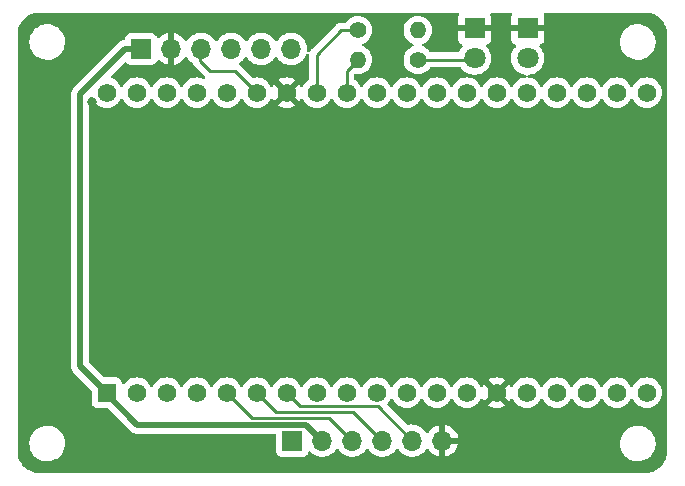
<source format=gtl>
G04 #@! TF.GenerationSoftware,KiCad,Pcbnew,6.0.6-3a73a75311~116~ubuntu20.04.1*
G04 #@! TF.CreationDate,2022-07-12T00:27:28+03:00*
G04 #@! TF.ProjectId,weather_station_village,77656174-6865-4725-9f73-746174696f6e,rev?*
G04 #@! TF.SameCoordinates,Original*
G04 #@! TF.FileFunction,Copper,L1,Top*
G04 #@! TF.FilePolarity,Positive*
%FSLAX46Y46*%
G04 Gerber Fmt 4.6, Leading zero omitted, Abs format (unit mm)*
G04 Created by KiCad (PCBNEW 6.0.6-3a73a75311~116~ubuntu20.04.1) date 2022-07-12 00:27:28*
%MOMM*%
%LPD*%
G01*
G04 APERTURE LIST*
G04 #@! TA.AperFunction,ComponentPad*
%ADD10R,1.700000X1.700000*%
G04 #@! TD*
G04 #@! TA.AperFunction,ComponentPad*
%ADD11O,1.700000X1.700000*%
G04 #@! TD*
G04 #@! TA.AperFunction,ComponentPad*
%ADD12R,1.560000X1.560000*%
G04 #@! TD*
G04 #@! TA.AperFunction,ComponentPad*
%ADD13C,1.560000*%
G04 #@! TD*
G04 #@! TA.AperFunction,ComponentPad*
%ADD14C,1.400000*%
G04 #@! TD*
G04 #@! TA.AperFunction,ComponentPad*
%ADD15O,1.400000X1.400000*%
G04 #@! TD*
G04 #@! TA.AperFunction,ComponentPad*
%ADD16R,1.800000X1.800000*%
G04 #@! TD*
G04 #@! TA.AperFunction,ComponentPad*
%ADD17C,1.800000*%
G04 #@! TD*
G04 #@! TA.AperFunction,ViaPad*
%ADD18C,0.800000*%
G04 #@! TD*
G04 #@! TA.AperFunction,Conductor*
%ADD19C,0.250000*%
G04 #@! TD*
G04 #@! TA.AperFunction,Conductor*
%ADD20C,0.508000*%
G04 #@! TD*
G04 APERTURE END LIST*
D10*
X-8250000Y-16750000D03*
D11*
X-5710000Y-16750000D03*
X-3170000Y-16750000D03*
X-630000Y-16750000D03*
X1910000Y-16750000D03*
X4450000Y-16750000D03*
D12*
X-23960000Y-12700000D03*
D13*
X-21420000Y-12700000D03*
X-18880000Y-12700000D03*
X-16340000Y-12700000D03*
X-13800000Y-12700000D03*
X-11260000Y-12700000D03*
X-8720000Y-12700000D03*
X-6180000Y-12700000D03*
X-3640000Y-12700000D03*
X-1100000Y-12700000D03*
X1440000Y-12700000D03*
X3980000Y-12700000D03*
X6520000Y-12700000D03*
X9060000Y-12700000D03*
X11600000Y-12700000D03*
X14140000Y-12700000D03*
X16680000Y-12700000D03*
X19220000Y-12700000D03*
X21760000Y-12700000D03*
X-23960000Y12700000D03*
X-21420000Y12700000D03*
X-18880000Y12700000D03*
X-16340000Y12700000D03*
X-13800000Y12700000D03*
X-11260000Y12700000D03*
X-8720000Y12700000D03*
X-6180000Y12700000D03*
X-3640000Y12700000D03*
X-1100000Y12700000D03*
X1440000Y12700000D03*
X3980000Y12700000D03*
X6520000Y12700000D03*
X9060000Y12700000D03*
X11600000Y12700000D03*
X14140000Y12700000D03*
X16680000Y12700000D03*
X19220000Y12700000D03*
X21760000Y12700000D03*
D14*
X2380000Y15500000D03*
D15*
X-2700000Y15500000D03*
D16*
X11680000Y18175000D03*
D17*
X11680000Y15635000D03*
D10*
X-21050000Y16400000D03*
D11*
X-18510000Y16400000D03*
X-15970000Y16400000D03*
X-13430000Y16400000D03*
X-10890000Y16400000D03*
X-8350000Y16400000D03*
D14*
X-2700000Y18000000D03*
D15*
X2380000Y18000000D03*
D16*
X7180000Y18175000D03*
D17*
X7180000Y15635000D03*
D18*
X-30200000Y1900000D03*
X-17700000Y9400000D03*
X-2700000Y-3100000D03*
X-15200000Y18900000D03*
X-5200000Y18900000D03*
X-7700000Y-8100000D03*
X-30200000Y11900000D03*
X2300000Y-8100000D03*
X-20200000Y18900000D03*
X-30200000Y-8100000D03*
X-7700000Y1900000D03*
X-12700000Y-3100000D03*
X-10200000Y18900000D03*
X17300000Y-3100000D03*
X-22700000Y-18100000D03*
X-17700000Y-18100000D03*
X7300000Y6900000D03*
X-30200000Y6900000D03*
X17300000Y6900000D03*
X7300000Y-3100000D03*
X2300000Y1900000D03*
X-22700000Y-3100000D03*
X-30200000Y-3100000D03*
X12300000Y-18100000D03*
X22300000Y1900000D03*
X-30200000Y-13100000D03*
X-25700000Y18900000D03*
X15300000Y18900000D03*
X17300000Y-18100000D03*
X-12700000Y6900000D03*
X-2700000Y6900000D03*
X-25200000Y11900000D03*
X12300000Y-8100000D03*
X22300000Y-8100000D03*
X-22700000Y6900000D03*
X12300000Y1900000D03*
X-12700000Y-18100000D03*
X-17700000Y1900000D03*
X-17700000Y-8100000D03*
X2300000Y9400000D03*
X7300000Y-18100000D03*
X-7700000Y9400000D03*
X12300000Y9400000D03*
D19*
X6700000Y15500000D02*
X6835000Y15635000D01*
X6835000Y15635000D02*
X7180000Y15635000D01*
X2380000Y15500000D02*
X6700000Y15500000D01*
D20*
X-21050000Y16400000D02*
X-22408000Y16400000D01*
X-7060000Y-15400000D02*
X-21400000Y-15400000D01*
X-5710000Y-16750000D02*
X-7060000Y-15400000D01*
X-26200000Y-10460000D02*
X-23960000Y-12700000D01*
X-22408000Y16400000D02*
X-26200000Y12608000D01*
X-21400000Y-15400000D02*
X-23960000Y-12840000D01*
X-23960000Y-12840000D02*
X-23960000Y-12700000D01*
X-26200000Y12608000D02*
X-26200000Y-10460000D01*
D19*
X-16100000Y16270000D02*
X-15970000Y16400000D01*
X-16100000Y15400000D02*
X-16100000Y16270000D01*
X-11260000Y12700000D02*
X-13060000Y14500000D01*
X-13060000Y14500000D02*
X-15200000Y14500000D01*
X-15200000Y14500000D02*
X-16100000Y15400000D01*
X-3170000Y-16750000D02*
X-5120000Y-14800000D01*
X-11700000Y-14800000D02*
X-13800000Y-12700000D01*
X-5120000Y-14800000D02*
X-11700000Y-14800000D01*
X-630000Y-16750000D02*
X-3080000Y-14300000D01*
X-3080000Y-14300000D02*
X-9660000Y-14300000D01*
X-9660000Y-14300000D02*
X-11260000Y-12700000D01*
X1910000Y-16750000D02*
X-990000Y-13850000D01*
X-7570000Y-13850000D02*
X-8720000Y-12700000D01*
X-990000Y-13850000D02*
X-7570000Y-13850000D01*
X-6180000Y12700000D02*
X-6180000Y15920000D01*
X-6180000Y15920000D02*
X-4100000Y18000000D01*
X-4100000Y18000000D02*
X-2700000Y18000000D01*
X-3640000Y14560000D02*
X-2700000Y15500000D01*
X-3640000Y12700000D02*
X-3640000Y14560000D01*
G04 #@! TA.AperFunction,Conductor*
G36*
X5779895Y19471498D02*
G01*
X5826388Y19417842D01*
X5836492Y19347568D01*
X5829756Y19321270D01*
X5781522Y19192606D01*
X5777895Y19177351D01*
X5772369Y19126486D01*
X5772000Y19119672D01*
X5772000Y18447115D01*
X5776475Y18431876D01*
X5777865Y18430671D01*
X5785548Y18429000D01*
X8569884Y18429000D01*
X8585123Y18433475D01*
X8586328Y18434865D01*
X8587999Y18442548D01*
X8587999Y19119669D01*
X8587629Y19126490D01*
X8582105Y19177352D01*
X8578479Y19192604D01*
X8530244Y19321270D01*
X8525061Y19392077D01*
X8558982Y19454446D01*
X8621237Y19488576D01*
X8648226Y19491500D01*
X10211774Y19491500D01*
X10279895Y19471498D01*
X10326388Y19417842D01*
X10336492Y19347568D01*
X10329756Y19321270D01*
X10281522Y19192606D01*
X10277895Y19177351D01*
X10272369Y19126486D01*
X10272000Y19119672D01*
X10272000Y18447115D01*
X10276475Y18431876D01*
X10277865Y18430671D01*
X10285548Y18429000D01*
X13069884Y18429000D01*
X13085123Y18433475D01*
X13086328Y18434865D01*
X13087999Y18442548D01*
X13087999Y19119669D01*
X13087629Y19126490D01*
X13082105Y19177352D01*
X13078479Y19192604D01*
X13030244Y19321270D01*
X13025061Y19392077D01*
X13058982Y19454446D01*
X13121237Y19488576D01*
X13148226Y19491500D01*
X21927661Y19491500D01*
X21957545Y19487905D01*
X22101964Y19452646D01*
X22133314Y19444992D01*
X22148003Y19440439D01*
X22354168Y19362453D01*
X22356013Y19361755D01*
X22370042Y19355444D01*
X22385031Y19347568D01*
X22566919Y19251993D01*
X22580062Y19244028D01*
X22631694Y19208249D01*
X22762866Y19117351D01*
X22774951Y19107834D01*
X22940942Y18959836D01*
X22951779Y18948916D01*
X23098503Y18781785D01*
X23107928Y18769625D01*
X23233192Y18585854D01*
X23241053Y18572656D01*
X23342989Y18374985D01*
X23349188Y18360915D01*
X23426273Y18152300D01*
X23430714Y18137573D01*
X23442129Y18089209D01*
X23472824Y17959151D01*
X23476193Y17930209D01*
X23476193Y-17907365D01*
X23473001Y-17935546D01*
X23432611Y-18111564D01*
X23431167Y-18117855D01*
X23426819Y-18132605D01*
X23375382Y-18274511D01*
X23350383Y-18343478D01*
X23344274Y-18357580D01*
X23242701Y-18557583D01*
X23234924Y-18570824D01*
X23167332Y-18671321D01*
X23109743Y-18756945D01*
X23100395Y-18769160D01*
X23088800Y-18782535D01*
X22953475Y-18938626D01*
X22942706Y-18949614D01*
X22776227Y-19099912D01*
X22764200Y-19109505D01*
X22656839Y-19184892D01*
X22580640Y-19238397D01*
X22567537Y-19246450D01*
X22369630Y-19352016D01*
X22355654Y-19358407D01*
X22251007Y-19398736D01*
X22146368Y-19439062D01*
X22131702Y-19443708D01*
X21956183Y-19487717D01*
X21925539Y-19491500D01*
X-29928959Y-19491500D01*
X-29958373Y-19488019D01*
X-30050864Y-19465814D01*
X-30136562Y-19445240D01*
X-30151273Y-19440742D01*
X-30175773Y-19431582D01*
X-30360669Y-19362453D01*
X-30374711Y-19356200D01*
X-30573002Y-19252976D01*
X-30586184Y-19245056D01*
X-30770412Y-19118439D01*
X-30782535Y-19108968D01*
X-30949963Y-18960842D01*
X-30960842Y-18949963D01*
X-30961150Y-18949614D01*
X-31108968Y-18782535D01*
X-31118439Y-18770412D01*
X-31245056Y-18586184D01*
X-31252979Y-18572998D01*
X-31356200Y-18374711D01*
X-31362454Y-18360666D01*
X-31363602Y-18357594D01*
X-31440742Y-18151272D01*
X-31445240Y-18136561D01*
X-31447928Y-18125366D01*
X-31488019Y-17958371D01*
X-31491500Y-17928958D01*
X-31491500Y-17052817D01*
X-30512486Y-17052817D01*
X-30511905Y-17057837D01*
X-30511905Y-17057841D01*
X-30489461Y-17251811D01*
X-30484585Y-17293956D01*
X-30483209Y-17298820D01*
X-30483208Y-17298823D01*
X-30441226Y-17447183D01*
X-30418490Y-17527532D01*
X-30416356Y-17532108D01*
X-30416354Y-17532114D01*
X-30318038Y-17742954D01*
X-30315901Y-17747536D01*
X-30179456Y-17948307D01*
X-30012668Y-18124681D01*
X-30008642Y-18127759D01*
X-30008641Y-18127760D01*
X-29823846Y-18269047D01*
X-29823842Y-18269050D01*
X-29819826Y-18272120D01*
X-29605891Y-18386831D01*
X-29376369Y-18465862D01*
X-29277022Y-18483022D01*
X-29141074Y-18506504D01*
X-29141068Y-18506505D01*
X-29137164Y-18507179D01*
X-29133203Y-18507359D01*
X-29133202Y-18507359D01*
X-29109494Y-18508436D01*
X-29109475Y-18508436D01*
X-29108075Y-18508500D01*
X-28938999Y-18508500D01*
X-28936491Y-18508298D01*
X-28936486Y-18508298D01*
X-28763076Y-18494346D01*
X-28763071Y-18494345D01*
X-28758035Y-18493940D01*
X-28753127Y-18492734D01*
X-28753124Y-18492734D01*
X-28527208Y-18437244D01*
X-28522294Y-18436037D01*
X-28517642Y-18434062D01*
X-28517638Y-18434061D01*
X-28303502Y-18343165D01*
X-28298844Y-18341188D01*
X-28192963Y-18274511D01*
X-28097712Y-18214528D01*
X-28097709Y-18214526D01*
X-28093433Y-18211833D01*
X-27996864Y-18126697D01*
X-27915142Y-18054650D01*
X-27915139Y-18054647D01*
X-27911345Y-18051302D01*
X-27908134Y-18047393D01*
X-27760474Y-17867628D01*
X-27760472Y-17867625D01*
X-27757266Y-17863722D01*
X-27673636Y-17720032D01*
X-27637701Y-17658290D01*
X-27637700Y-17658288D01*
X-27635159Y-17653922D01*
X-27627316Y-17633489D01*
X-27549980Y-17432022D01*
X-27549979Y-17432018D01*
X-27548167Y-17427298D01*
X-27541968Y-17397625D01*
X-27499560Y-17194631D01*
X-27499560Y-17194627D01*
X-27498526Y-17189680D01*
X-27487514Y-16947183D01*
X-27502765Y-16815373D01*
X-27514833Y-16711071D01*
X-27514834Y-16711067D01*
X-27515415Y-16706044D01*
X-27554483Y-16567978D01*
X-27580134Y-16477331D01*
X-27581510Y-16472468D01*
X-27583644Y-16467892D01*
X-27583646Y-16467886D01*
X-27681962Y-16257046D01*
X-27681964Y-16257042D01*
X-27684099Y-16252464D01*
X-27820544Y-16051693D01*
X-27987332Y-15875319D01*
X-27991359Y-15872240D01*
X-28176154Y-15730953D01*
X-28176158Y-15730950D01*
X-28180174Y-15727880D01*
X-28394109Y-15613169D01*
X-28623631Y-15534138D01*
X-28722978Y-15516978D01*
X-28858926Y-15493496D01*
X-28858932Y-15493495D01*
X-28862836Y-15492821D01*
X-28866797Y-15492641D01*
X-28866798Y-15492641D01*
X-28890506Y-15491564D01*
X-28890525Y-15491564D01*
X-28891925Y-15491500D01*
X-29061001Y-15491500D01*
X-29063509Y-15491702D01*
X-29063514Y-15491702D01*
X-29236924Y-15505654D01*
X-29236929Y-15505655D01*
X-29241965Y-15506060D01*
X-29246873Y-15507266D01*
X-29246876Y-15507266D01*
X-29362993Y-15535787D01*
X-29477706Y-15563963D01*
X-29482358Y-15565938D01*
X-29482362Y-15565939D01*
X-29599263Y-15615561D01*
X-29701156Y-15658812D01*
X-29705440Y-15661510D01*
X-29902288Y-15785472D01*
X-29902291Y-15785474D01*
X-29906567Y-15788167D01*
X-29910361Y-15791512D01*
X-30084858Y-15945350D01*
X-30084861Y-15945353D01*
X-30088655Y-15948698D01*
X-30091865Y-15952606D01*
X-30091866Y-15952607D01*
X-30236299Y-16128444D01*
X-30242734Y-16136278D01*
X-30259133Y-16164454D01*
X-30347262Y-16315875D01*
X-30364841Y-16346078D01*
X-30366654Y-16350801D01*
X-30434428Y-16527361D01*
X-30451833Y-16572702D01*
X-30452867Y-16577652D01*
X-30452868Y-16577655D01*
X-30488872Y-16750000D01*
X-30501474Y-16810320D01*
X-30512486Y-17052817D01*
X-31491500Y-17052817D01*
X-31491500Y-10433208D01*
X-26967224Y-10433208D01*
X-26966631Y-10440500D01*
X-26966631Y-10440503D01*
X-26962915Y-10486183D01*
X-26962500Y-10496398D01*
X-26962500Y-10504525D01*
X-26959189Y-10532924D01*
X-26958762Y-10537244D01*
X-26952809Y-10610426D01*
X-26950553Y-10617388D01*
X-26949357Y-10623376D01*
X-26947949Y-10629333D01*
X-26947101Y-10636607D01*
X-26944603Y-10643489D01*
X-26944602Y-10643493D01*
X-26922055Y-10705607D01*
X-26920645Y-10709711D01*
X-26898013Y-10779575D01*
X-26894213Y-10785838D01*
X-26891675Y-10791380D01*
X-26888933Y-10796856D01*
X-26886434Y-10803741D01*
X-26882419Y-10809865D01*
X-26846185Y-10865132D01*
X-26843870Y-10868800D01*
X-26805773Y-10931581D01*
X-26802059Y-10935786D01*
X-26802057Y-10935789D01*
X-26798333Y-10940005D01*
X-26798362Y-10940031D01*
X-26795762Y-10942962D01*
X-26792958Y-10946316D01*
X-26788946Y-10952435D01*
X-26783634Y-10957467D01*
X-26732414Y-11005988D01*
X-26729972Y-11008366D01*
X-25285405Y-12452933D01*
X-25251379Y-12515245D01*
X-25248500Y-12542028D01*
X-25248500Y-13528134D01*
X-25241745Y-13590316D01*
X-25190615Y-13726705D01*
X-25103261Y-13843261D01*
X-24986705Y-13930615D01*
X-24850316Y-13981745D01*
X-24788134Y-13988500D01*
X-23942028Y-13988500D01*
X-23873907Y-14008502D01*
X-23852933Y-14025405D01*
X-21986810Y-15891528D01*
X-21974423Y-15905941D01*
X-21961454Y-15923564D01*
X-21955871Y-15928307D01*
X-21920945Y-15957979D01*
X-21913429Y-15964909D01*
X-21907685Y-15970653D01*
X-21904811Y-15972927D01*
X-21904804Y-15972933D01*
X-21885289Y-15988372D01*
X-21881885Y-15991163D01*
X-21831528Y-16033945D01*
X-21831524Y-16033948D01*
X-21825949Y-16038684D01*
X-21819432Y-16042012D01*
X-21814368Y-16045389D01*
X-21809144Y-16048616D01*
X-21803400Y-16053160D01*
X-21736896Y-16084242D01*
X-21732999Y-16086147D01*
X-21667596Y-16119543D01*
X-21660482Y-16121284D01*
X-21654748Y-16123416D01*
X-21648952Y-16125344D01*
X-21642320Y-16128444D01*
X-21570445Y-16143394D01*
X-21566161Y-16144364D01*
X-21494888Y-16161804D01*
X-21489286Y-16162152D01*
X-21489283Y-16162152D01*
X-21483670Y-16162500D01*
X-21483672Y-16162537D01*
X-21479773Y-16162773D01*
X-21475402Y-16163163D01*
X-21468243Y-16164652D01*
X-21390423Y-16162546D01*
X-21387014Y-16162500D01*
X-9734500Y-16162500D01*
X-9666379Y-16182502D01*
X-9619886Y-16236158D01*
X-9608500Y-16288500D01*
X-9608500Y-17648134D01*
X-9601745Y-17710316D01*
X-9550615Y-17846705D01*
X-9463261Y-17963261D01*
X-9346705Y-18050615D01*
X-9210316Y-18101745D01*
X-9148134Y-18108500D01*
X-7351866Y-18108500D01*
X-7289684Y-18101745D01*
X-7153295Y-18050615D01*
X-7036739Y-17963261D01*
X-6949385Y-17846705D01*
X-6927201Y-17787529D01*
X-6905402Y-17729382D01*
X-6862760Y-17672618D01*
X-6796198Y-17647918D01*
X-6726850Y-17663126D01*
X-6692183Y-17691114D01*
X-6663750Y-17723938D01*
X-6491874Y-17866632D01*
X-6299000Y-17979338D01*
X-6090308Y-18059030D01*
X-6085240Y-18060061D01*
X-6085237Y-18060062D01*
X-6002868Y-18076820D01*
X-5871403Y-18103567D01*
X-5866228Y-18103757D01*
X-5866226Y-18103757D01*
X-5653327Y-18111564D01*
X-5653323Y-18111564D01*
X-5648163Y-18111753D01*
X-5643043Y-18111097D01*
X-5643041Y-18111097D01*
X-5431712Y-18084025D01*
X-5431711Y-18084025D01*
X-5426584Y-18083368D01*
X-5421634Y-18081883D01*
X-5217571Y-18020661D01*
X-5217566Y-18020659D01*
X-5212616Y-18019174D01*
X-5012006Y-17920896D01*
X-4830140Y-17791173D01*
X-4671904Y-17633489D01*
X-4541547Y-17452077D01*
X-4540224Y-17453028D01*
X-4493355Y-17409857D01*
X-4423420Y-17397625D01*
X-4357974Y-17425144D01*
X-4330125Y-17456994D01*
X-4270013Y-17555088D01*
X-4123750Y-17723938D01*
X-3951874Y-17866632D01*
X-3759000Y-17979338D01*
X-3550308Y-18059030D01*
X-3545240Y-18060061D01*
X-3545237Y-18060062D01*
X-3462868Y-18076820D01*
X-3331403Y-18103567D01*
X-3326228Y-18103757D01*
X-3326226Y-18103757D01*
X-3113327Y-18111564D01*
X-3113323Y-18111564D01*
X-3108163Y-18111753D01*
X-3103043Y-18111097D01*
X-3103041Y-18111097D01*
X-2891712Y-18084025D01*
X-2891711Y-18084025D01*
X-2886584Y-18083368D01*
X-2881634Y-18081883D01*
X-2677571Y-18020661D01*
X-2677566Y-18020659D01*
X-2672616Y-18019174D01*
X-2472006Y-17920896D01*
X-2290140Y-17791173D01*
X-2131904Y-17633489D01*
X-2001547Y-17452077D01*
X-2000224Y-17453028D01*
X-1953355Y-17409857D01*
X-1883420Y-17397625D01*
X-1817974Y-17425144D01*
X-1790125Y-17456994D01*
X-1730013Y-17555088D01*
X-1583750Y-17723938D01*
X-1411874Y-17866632D01*
X-1219000Y-17979338D01*
X-1010308Y-18059030D01*
X-1005240Y-18060061D01*
X-1005237Y-18060062D01*
X-922868Y-18076820D01*
X-791403Y-18103567D01*
X-786228Y-18103757D01*
X-786226Y-18103757D01*
X-573327Y-18111564D01*
X-573323Y-18111564D01*
X-568163Y-18111753D01*
X-563043Y-18111097D01*
X-563041Y-18111097D01*
X-351712Y-18084025D01*
X-351711Y-18084025D01*
X-346584Y-18083368D01*
X-341634Y-18081883D01*
X-137571Y-18020661D01*
X-137566Y-18020659D01*
X-132616Y-18019174D01*
X67994Y-17920896D01*
X249860Y-17791173D01*
X408096Y-17633489D01*
X538453Y-17452077D01*
X539776Y-17453028D01*
X586645Y-17409857D01*
X656580Y-17397625D01*
X722026Y-17425144D01*
X749875Y-17456994D01*
X809987Y-17555088D01*
X956250Y-17723938D01*
X1128126Y-17866632D01*
X1321000Y-17979338D01*
X1529692Y-18059030D01*
X1534760Y-18060061D01*
X1534763Y-18060062D01*
X1617132Y-18076820D01*
X1748597Y-18103567D01*
X1753772Y-18103757D01*
X1753774Y-18103757D01*
X1966673Y-18111564D01*
X1966677Y-18111564D01*
X1971837Y-18111753D01*
X1976957Y-18111097D01*
X1976959Y-18111097D01*
X2188288Y-18084025D01*
X2188289Y-18084025D01*
X2193416Y-18083368D01*
X2198366Y-18081883D01*
X2402429Y-18020661D01*
X2402434Y-18020659D01*
X2407384Y-18019174D01*
X2607994Y-17920896D01*
X2789860Y-17791173D01*
X2948096Y-17633489D01*
X3078453Y-17452077D01*
X3079640Y-17452930D01*
X3126960Y-17409362D01*
X3196897Y-17397145D01*
X3262338Y-17424678D01*
X3290166Y-17456511D01*
X3347694Y-17550388D01*
X3353777Y-17558699D01*
X3493213Y-17719667D01*
X3500580Y-17726883D01*
X3664434Y-17862916D01*
X3672881Y-17868831D01*
X3856756Y-17976279D01*
X3866042Y-17980729D01*
X4065001Y-18056703D01*
X4074899Y-18059579D01*
X4178250Y-18080606D01*
X4192299Y-18079410D01*
X4196000Y-18069065D01*
X4196000Y-18068517D01*
X4704000Y-18068517D01*
X4708064Y-18082359D01*
X4721478Y-18084393D01*
X4728184Y-18083534D01*
X4738262Y-18081392D01*
X4942255Y-18020191D01*
X4951842Y-18016433D01*
X5143095Y-17922739D01*
X5151945Y-17917464D01*
X5325328Y-17793792D01*
X5333200Y-17787139D01*
X5484052Y-17636812D01*
X5490730Y-17628965D01*
X5615003Y-17456020D01*
X5620313Y-17447183D01*
X5714670Y-17256267D01*
X5718469Y-17246672D01*
X5777367Y-17052817D01*
X19487514Y-17052817D01*
X19488095Y-17057837D01*
X19488095Y-17057841D01*
X19510539Y-17251811D01*
X19515415Y-17293956D01*
X19516791Y-17298820D01*
X19516792Y-17298823D01*
X19558774Y-17447183D01*
X19581510Y-17527532D01*
X19583644Y-17532108D01*
X19583646Y-17532114D01*
X19681962Y-17742954D01*
X19684099Y-17747536D01*
X19820544Y-17948307D01*
X19987332Y-18124681D01*
X19991358Y-18127759D01*
X19991359Y-18127760D01*
X20176154Y-18269047D01*
X20176158Y-18269050D01*
X20180174Y-18272120D01*
X20394109Y-18386831D01*
X20623631Y-18465862D01*
X20722978Y-18483022D01*
X20858926Y-18506504D01*
X20858932Y-18506505D01*
X20862836Y-18507179D01*
X20866797Y-18507359D01*
X20866798Y-18507359D01*
X20890506Y-18508436D01*
X20890525Y-18508436D01*
X20891925Y-18508500D01*
X21061001Y-18508500D01*
X21063509Y-18508298D01*
X21063514Y-18508298D01*
X21236924Y-18494346D01*
X21236929Y-18494345D01*
X21241965Y-18493940D01*
X21246873Y-18492734D01*
X21246876Y-18492734D01*
X21472792Y-18437244D01*
X21477706Y-18436037D01*
X21482358Y-18434062D01*
X21482362Y-18434061D01*
X21696498Y-18343165D01*
X21701156Y-18341188D01*
X21807037Y-18274511D01*
X21902288Y-18214528D01*
X21902291Y-18214526D01*
X21906567Y-18211833D01*
X22003136Y-18126697D01*
X22084858Y-18054650D01*
X22084861Y-18054647D01*
X22088655Y-18051302D01*
X22091866Y-18047393D01*
X22239526Y-17867628D01*
X22239528Y-17867625D01*
X22242734Y-17863722D01*
X22326364Y-17720032D01*
X22362299Y-17658290D01*
X22362300Y-17658288D01*
X22364841Y-17653922D01*
X22372684Y-17633489D01*
X22450020Y-17432022D01*
X22450021Y-17432018D01*
X22451833Y-17427298D01*
X22458032Y-17397625D01*
X22500440Y-17194631D01*
X22500440Y-17194627D01*
X22501474Y-17189680D01*
X22512486Y-16947183D01*
X22497235Y-16815373D01*
X22485167Y-16711071D01*
X22485166Y-16711067D01*
X22484585Y-16706044D01*
X22445517Y-16567978D01*
X22419866Y-16477331D01*
X22418490Y-16472468D01*
X22416356Y-16467892D01*
X22416354Y-16467886D01*
X22318038Y-16257046D01*
X22318036Y-16257042D01*
X22315901Y-16252464D01*
X22179456Y-16051693D01*
X22012668Y-15875319D01*
X22008641Y-15872240D01*
X21823846Y-15730953D01*
X21823842Y-15730950D01*
X21819826Y-15727880D01*
X21605891Y-15613169D01*
X21376369Y-15534138D01*
X21277022Y-15516978D01*
X21141074Y-15493496D01*
X21141068Y-15493495D01*
X21137164Y-15492821D01*
X21133203Y-15492641D01*
X21133202Y-15492641D01*
X21109494Y-15491564D01*
X21109475Y-15491564D01*
X21108075Y-15491500D01*
X20938999Y-15491500D01*
X20936491Y-15491702D01*
X20936486Y-15491702D01*
X20763076Y-15505654D01*
X20763071Y-15505655D01*
X20758035Y-15506060D01*
X20753127Y-15507266D01*
X20753124Y-15507266D01*
X20637007Y-15535787D01*
X20522294Y-15563963D01*
X20517642Y-15565938D01*
X20517638Y-15565939D01*
X20400737Y-15615561D01*
X20298844Y-15658812D01*
X20294560Y-15661510D01*
X20097712Y-15785472D01*
X20097709Y-15785474D01*
X20093433Y-15788167D01*
X20089639Y-15791512D01*
X19915142Y-15945350D01*
X19915139Y-15945353D01*
X19911345Y-15948698D01*
X19908135Y-15952606D01*
X19908134Y-15952607D01*
X19763701Y-16128444D01*
X19757266Y-16136278D01*
X19740867Y-16164454D01*
X19652738Y-16315875D01*
X19635159Y-16346078D01*
X19633346Y-16350801D01*
X19565572Y-16527361D01*
X19548167Y-16572702D01*
X19547133Y-16577652D01*
X19547132Y-16577655D01*
X19511128Y-16750000D01*
X19498526Y-16810320D01*
X19487514Y-17052817D01*
X5777367Y-17052817D01*
X5780377Y-17042910D01*
X5782555Y-17032837D01*
X5783986Y-17021962D01*
X5781775Y-17007778D01*
X5768617Y-17004000D01*
X4722115Y-17004000D01*
X4706876Y-17008475D01*
X4705671Y-17009865D01*
X4704000Y-17017548D01*
X4704000Y-18068517D01*
X4196000Y-18068517D01*
X4196000Y-16477885D01*
X4704000Y-16477885D01*
X4708475Y-16493124D01*
X4709865Y-16494329D01*
X4717548Y-16496000D01*
X5768344Y-16496000D01*
X5781875Y-16492027D01*
X5783180Y-16482947D01*
X5741214Y-16315875D01*
X5737894Y-16306124D01*
X5652972Y-16110814D01*
X5648105Y-16101739D01*
X5532426Y-15922926D01*
X5526136Y-15914757D01*
X5382806Y-15757240D01*
X5375273Y-15750215D01*
X5208139Y-15618222D01*
X5199552Y-15612517D01*
X5013117Y-15509599D01*
X5003705Y-15505369D01*
X4802959Y-15434280D01*
X4792988Y-15431646D01*
X4721837Y-15418972D01*
X4708540Y-15420432D01*
X4704000Y-15434989D01*
X4704000Y-16477885D01*
X4196000Y-16477885D01*
X4196000Y-15433102D01*
X4192082Y-15419758D01*
X4177806Y-15417771D01*
X4139324Y-15423660D01*
X4129288Y-15426051D01*
X3926868Y-15492212D01*
X3917359Y-15496209D01*
X3728463Y-15594542D01*
X3719738Y-15600036D01*
X3549433Y-15727905D01*
X3541726Y-15734748D01*
X3394590Y-15888717D01*
X3388109Y-15896722D01*
X3283498Y-16050074D01*
X3228587Y-16095076D01*
X3158062Y-16103247D01*
X3094315Y-16071993D01*
X3073618Y-16047509D01*
X2992822Y-15922617D01*
X2992820Y-15922614D01*
X2990014Y-15918277D01*
X2839670Y-15753051D01*
X2835619Y-15749852D01*
X2835615Y-15749848D01*
X2668414Y-15617800D01*
X2668410Y-15617798D01*
X2664359Y-15614598D01*
X2628028Y-15594542D01*
X2570447Y-15562756D01*
X2468789Y-15506638D01*
X2463920Y-15504914D01*
X2463916Y-15504912D01*
X2263087Y-15433795D01*
X2263083Y-15433794D01*
X2258212Y-15432069D01*
X2253119Y-15431162D01*
X2253116Y-15431161D01*
X2043373Y-15393800D01*
X2043367Y-15393799D01*
X2038284Y-15392894D01*
X1964452Y-15391992D01*
X1820081Y-15390228D01*
X1820079Y-15390228D01*
X1814911Y-15390165D01*
X1594091Y-15423955D01*
X1581532Y-15428060D01*
X1510568Y-15430210D01*
X1453294Y-15397389D01*
X-171845Y-13772250D01*
X-205871Y-13709938D01*
X-200806Y-13639123D01*
X-171845Y-13594060D01*
X-109181Y-13531396D01*
X20136Y-13346711D01*
X22581Y-13341469D01*
X55805Y-13270219D01*
X102723Y-13216934D01*
X171000Y-13197473D01*
X238960Y-13218015D01*
X284195Y-13270219D01*
X317420Y-13341469D01*
X319864Y-13346711D01*
X449181Y-13531396D01*
X608604Y-13690819D01*
X793289Y-13820136D01*
X798267Y-13822457D01*
X798270Y-13822459D01*
X854420Y-13848642D01*
X997624Y-13915419D01*
X1002932Y-13916841D01*
X1002934Y-13916842D01*
X1210085Y-13972348D01*
X1210087Y-13972348D01*
X1215400Y-13973772D01*
X1440000Y-13993422D01*
X1664600Y-13973772D01*
X1669913Y-13972348D01*
X1669915Y-13972348D01*
X1877066Y-13916842D01*
X1877068Y-13916841D01*
X1882376Y-13915419D01*
X2025580Y-13848642D01*
X2081730Y-13822459D01*
X2081733Y-13822457D01*
X2086711Y-13820136D01*
X2271396Y-13690819D01*
X2430819Y-13531396D01*
X2560136Y-13346711D01*
X2562581Y-13341469D01*
X2595805Y-13270219D01*
X2642723Y-13216934D01*
X2711000Y-13197473D01*
X2778960Y-13218015D01*
X2824195Y-13270219D01*
X2857420Y-13341469D01*
X2859864Y-13346711D01*
X2989181Y-13531396D01*
X3148604Y-13690819D01*
X3333289Y-13820136D01*
X3338267Y-13822457D01*
X3338270Y-13822459D01*
X3394420Y-13848642D01*
X3537624Y-13915419D01*
X3542932Y-13916841D01*
X3542934Y-13916842D01*
X3750085Y-13972348D01*
X3750087Y-13972348D01*
X3755400Y-13973772D01*
X3980000Y-13993422D01*
X4204600Y-13973772D01*
X4209913Y-13972348D01*
X4209915Y-13972348D01*
X4417066Y-13916842D01*
X4417068Y-13916841D01*
X4422376Y-13915419D01*
X4565580Y-13848642D01*
X4621730Y-13822459D01*
X4621733Y-13822457D01*
X4626711Y-13820136D01*
X4811396Y-13690819D01*
X4970819Y-13531396D01*
X5100136Y-13346711D01*
X5102581Y-13341469D01*
X5135805Y-13270219D01*
X5182723Y-13216934D01*
X5251000Y-13197473D01*
X5318960Y-13218015D01*
X5364195Y-13270219D01*
X5397420Y-13341469D01*
X5399864Y-13346711D01*
X5529181Y-13531396D01*
X5688604Y-13690819D01*
X5873289Y-13820136D01*
X5878267Y-13822457D01*
X5878270Y-13822459D01*
X5934420Y-13848642D01*
X6077624Y-13915419D01*
X6082932Y-13916841D01*
X6082934Y-13916842D01*
X6290085Y-13972348D01*
X6290087Y-13972348D01*
X6295400Y-13973772D01*
X6520000Y-13993422D01*
X6744600Y-13973772D01*
X6749913Y-13972348D01*
X6749915Y-13972348D01*
X6957066Y-13916842D01*
X6957068Y-13916841D01*
X6962376Y-13915419D01*
X7105580Y-13848642D01*
X7161730Y-13822459D01*
X7161733Y-13822457D01*
X7166711Y-13820136D01*
X7235882Y-13771702D01*
X8352853Y-13771702D01*
X8362149Y-13783717D01*
X8409032Y-13816545D01*
X8418527Y-13822028D01*
X8612810Y-13912622D01*
X8623106Y-13916370D01*
X8830177Y-13971855D01*
X8840964Y-13973757D01*
X9054525Y-13992441D01*
X9065475Y-13992441D01*
X9279036Y-13973757D01*
X9289823Y-13971855D01*
X9496894Y-13916370D01*
X9507190Y-13912622D01*
X9701473Y-13822028D01*
X9710968Y-13816545D01*
X9758689Y-13783130D01*
X9767064Y-13772653D01*
X9759996Y-13759206D01*
X9072812Y-13072022D01*
X9058868Y-13064408D01*
X9057035Y-13064539D01*
X9050420Y-13068790D01*
X8359283Y-13759927D01*
X8352853Y-13771702D01*
X7235882Y-13771702D01*
X7351396Y-13690819D01*
X7510819Y-13531396D01*
X7640136Y-13346711D01*
X7642581Y-13341469D01*
X7676081Y-13269627D01*
X7722998Y-13216342D01*
X7791276Y-13196881D01*
X7859236Y-13217423D01*
X7904471Y-13269628D01*
X7937970Y-13341469D01*
X7943455Y-13350968D01*
X7976870Y-13398689D01*
X7987347Y-13407064D01*
X8000794Y-13399996D01*
X8687978Y-12712812D01*
X8694356Y-12701132D01*
X9424408Y-12701132D01*
X9424539Y-12702965D01*
X9428790Y-12709580D01*
X10119927Y-13400717D01*
X10131702Y-13407147D01*
X10143717Y-13397851D01*
X10176545Y-13350968D01*
X10182030Y-13341469D01*
X10215529Y-13269628D01*
X10262445Y-13216343D01*
X10330722Y-13196881D01*
X10398683Y-13217422D01*
X10443919Y-13269627D01*
X10477420Y-13341469D01*
X10479864Y-13346711D01*
X10609181Y-13531396D01*
X10768604Y-13690819D01*
X10953289Y-13820136D01*
X10958267Y-13822457D01*
X10958270Y-13822459D01*
X11014420Y-13848642D01*
X11157624Y-13915419D01*
X11162932Y-13916841D01*
X11162934Y-13916842D01*
X11370085Y-13972348D01*
X11370087Y-13972348D01*
X11375400Y-13973772D01*
X11600000Y-13993422D01*
X11824600Y-13973772D01*
X11829913Y-13972348D01*
X11829915Y-13972348D01*
X12037066Y-13916842D01*
X12037068Y-13916841D01*
X12042376Y-13915419D01*
X12185580Y-13848642D01*
X12241730Y-13822459D01*
X12241733Y-13822457D01*
X12246711Y-13820136D01*
X12431396Y-13690819D01*
X12590819Y-13531396D01*
X12720136Y-13346711D01*
X12722581Y-13341469D01*
X12755805Y-13270219D01*
X12802723Y-13216934D01*
X12871000Y-13197473D01*
X12938960Y-13218015D01*
X12984195Y-13270219D01*
X13017420Y-13341469D01*
X13019864Y-13346711D01*
X13149181Y-13531396D01*
X13308604Y-13690819D01*
X13493289Y-13820136D01*
X13498267Y-13822457D01*
X13498270Y-13822459D01*
X13554420Y-13848642D01*
X13697624Y-13915419D01*
X13702932Y-13916841D01*
X13702934Y-13916842D01*
X13910085Y-13972348D01*
X13910087Y-13972348D01*
X13915400Y-13973772D01*
X14140000Y-13993422D01*
X14364600Y-13973772D01*
X14369913Y-13972348D01*
X14369915Y-13972348D01*
X14577066Y-13916842D01*
X14577068Y-13916841D01*
X14582376Y-13915419D01*
X14725580Y-13848642D01*
X14781730Y-13822459D01*
X14781733Y-13822457D01*
X14786711Y-13820136D01*
X14971396Y-13690819D01*
X15130819Y-13531396D01*
X15260136Y-13346711D01*
X15262581Y-13341469D01*
X15295805Y-13270219D01*
X15342723Y-13216934D01*
X15411000Y-13197473D01*
X15478960Y-13218015D01*
X15524195Y-13270219D01*
X15557420Y-13341469D01*
X15559864Y-13346711D01*
X15689181Y-13531396D01*
X15848604Y-13690819D01*
X16033289Y-13820136D01*
X16038267Y-13822457D01*
X16038270Y-13822459D01*
X16094420Y-13848642D01*
X16237624Y-13915419D01*
X16242932Y-13916841D01*
X16242934Y-13916842D01*
X16450085Y-13972348D01*
X16450087Y-13972348D01*
X16455400Y-13973772D01*
X16680000Y-13993422D01*
X16904600Y-13973772D01*
X16909913Y-13972348D01*
X16909915Y-13972348D01*
X17117066Y-13916842D01*
X17117068Y-13916841D01*
X17122376Y-13915419D01*
X17265580Y-13848642D01*
X17321730Y-13822459D01*
X17321733Y-13822457D01*
X17326711Y-13820136D01*
X17511396Y-13690819D01*
X17670819Y-13531396D01*
X17800136Y-13346711D01*
X17802581Y-13341469D01*
X17835805Y-13270219D01*
X17882723Y-13216934D01*
X17951000Y-13197473D01*
X18018960Y-13218015D01*
X18064195Y-13270219D01*
X18097420Y-13341469D01*
X18099864Y-13346711D01*
X18229181Y-13531396D01*
X18388604Y-13690819D01*
X18573289Y-13820136D01*
X18578267Y-13822457D01*
X18578270Y-13822459D01*
X18634420Y-13848642D01*
X18777624Y-13915419D01*
X18782932Y-13916841D01*
X18782934Y-13916842D01*
X18990085Y-13972348D01*
X18990087Y-13972348D01*
X18995400Y-13973772D01*
X19220000Y-13993422D01*
X19444600Y-13973772D01*
X19449913Y-13972348D01*
X19449915Y-13972348D01*
X19657066Y-13916842D01*
X19657068Y-13916841D01*
X19662376Y-13915419D01*
X19805580Y-13848642D01*
X19861730Y-13822459D01*
X19861733Y-13822457D01*
X19866711Y-13820136D01*
X20051396Y-13690819D01*
X20210819Y-13531396D01*
X20340136Y-13346711D01*
X20342581Y-13341469D01*
X20375805Y-13270219D01*
X20422723Y-13216934D01*
X20491000Y-13197473D01*
X20558960Y-13218015D01*
X20604195Y-13270219D01*
X20637420Y-13341469D01*
X20639864Y-13346711D01*
X20769181Y-13531396D01*
X20928604Y-13690819D01*
X21113289Y-13820136D01*
X21118267Y-13822457D01*
X21118270Y-13822459D01*
X21174420Y-13848642D01*
X21317624Y-13915419D01*
X21322932Y-13916841D01*
X21322934Y-13916842D01*
X21530085Y-13972348D01*
X21530087Y-13972348D01*
X21535400Y-13973772D01*
X21760000Y-13993422D01*
X21984600Y-13973772D01*
X21989913Y-13972348D01*
X21989915Y-13972348D01*
X22197066Y-13916842D01*
X22197068Y-13916841D01*
X22202376Y-13915419D01*
X22345580Y-13848642D01*
X22401730Y-13822459D01*
X22401733Y-13822457D01*
X22406711Y-13820136D01*
X22591396Y-13690819D01*
X22750819Y-13531396D01*
X22880136Y-13346711D01*
X22882581Y-13341469D01*
X22973096Y-13147358D01*
X22973097Y-13147357D01*
X22975419Y-13142376D01*
X22980434Y-13123662D01*
X23032348Y-12929915D01*
X23032348Y-12929913D01*
X23033772Y-12924600D01*
X23053422Y-12700000D01*
X23033772Y-12475400D01*
X23011500Y-12392280D01*
X22976842Y-12262934D01*
X22976841Y-12262932D01*
X22975419Y-12257624D01*
X22940652Y-12183066D01*
X22882459Y-12058270D01*
X22882457Y-12058267D01*
X22880136Y-12053289D01*
X22750819Y-11868604D01*
X22591396Y-11709181D01*
X22406711Y-11579864D01*
X22401733Y-11577543D01*
X22401730Y-11577541D01*
X22207358Y-11486904D01*
X22207357Y-11486903D01*
X22202376Y-11484581D01*
X22197068Y-11483159D01*
X22197066Y-11483158D01*
X21989915Y-11427652D01*
X21989913Y-11427652D01*
X21984600Y-11426228D01*
X21760000Y-11406578D01*
X21535400Y-11426228D01*
X21530087Y-11427652D01*
X21530085Y-11427652D01*
X21322934Y-11483158D01*
X21322932Y-11483159D01*
X21317624Y-11484581D01*
X21312643Y-11486903D01*
X21312642Y-11486904D01*
X21118270Y-11577541D01*
X21118267Y-11577543D01*
X21113289Y-11579864D01*
X20928604Y-11709181D01*
X20769181Y-11868604D01*
X20639864Y-12053289D01*
X20637543Y-12058267D01*
X20637541Y-12058270D01*
X20604195Y-12129781D01*
X20557277Y-12183066D01*
X20489000Y-12202527D01*
X20421040Y-12181985D01*
X20375805Y-12129781D01*
X20342459Y-12058270D01*
X20342457Y-12058267D01*
X20340136Y-12053289D01*
X20210819Y-11868604D01*
X20051396Y-11709181D01*
X19866711Y-11579864D01*
X19861733Y-11577543D01*
X19861730Y-11577541D01*
X19667358Y-11486904D01*
X19667357Y-11486903D01*
X19662376Y-11484581D01*
X19657068Y-11483159D01*
X19657066Y-11483158D01*
X19449915Y-11427652D01*
X19449913Y-11427652D01*
X19444600Y-11426228D01*
X19220000Y-11406578D01*
X18995400Y-11426228D01*
X18990087Y-11427652D01*
X18990085Y-11427652D01*
X18782934Y-11483158D01*
X18782932Y-11483159D01*
X18777624Y-11484581D01*
X18772643Y-11486903D01*
X18772642Y-11486904D01*
X18578270Y-11577541D01*
X18578267Y-11577543D01*
X18573289Y-11579864D01*
X18388604Y-11709181D01*
X18229181Y-11868604D01*
X18099864Y-12053289D01*
X18097543Y-12058267D01*
X18097541Y-12058270D01*
X18064195Y-12129781D01*
X18017277Y-12183066D01*
X17949000Y-12202527D01*
X17881040Y-12181985D01*
X17835805Y-12129781D01*
X17802459Y-12058270D01*
X17802457Y-12058267D01*
X17800136Y-12053289D01*
X17670819Y-11868604D01*
X17511396Y-11709181D01*
X17326711Y-11579864D01*
X17321733Y-11577543D01*
X17321730Y-11577541D01*
X17127358Y-11486904D01*
X17127357Y-11486903D01*
X17122376Y-11484581D01*
X17117068Y-11483159D01*
X17117066Y-11483158D01*
X16909915Y-11427652D01*
X16909913Y-11427652D01*
X16904600Y-11426228D01*
X16680000Y-11406578D01*
X16455400Y-11426228D01*
X16450087Y-11427652D01*
X16450085Y-11427652D01*
X16242934Y-11483158D01*
X16242932Y-11483159D01*
X16237624Y-11484581D01*
X16232643Y-11486903D01*
X16232642Y-11486904D01*
X16038270Y-11577541D01*
X16038267Y-11577543D01*
X16033289Y-11579864D01*
X15848604Y-11709181D01*
X15689181Y-11868604D01*
X15559864Y-12053289D01*
X15557543Y-12058267D01*
X15557541Y-12058270D01*
X15524195Y-12129781D01*
X15477277Y-12183066D01*
X15409000Y-12202527D01*
X15341040Y-12181985D01*
X15295805Y-12129781D01*
X15262459Y-12058270D01*
X15262457Y-12058267D01*
X15260136Y-12053289D01*
X15130819Y-11868604D01*
X14971396Y-11709181D01*
X14786711Y-11579864D01*
X14781733Y-11577543D01*
X14781730Y-11577541D01*
X14587358Y-11486904D01*
X14587357Y-11486903D01*
X14582376Y-11484581D01*
X14577068Y-11483159D01*
X14577066Y-11483158D01*
X14369915Y-11427652D01*
X14369913Y-11427652D01*
X14364600Y-11426228D01*
X14140000Y-11406578D01*
X13915400Y-11426228D01*
X13910087Y-11427652D01*
X13910085Y-11427652D01*
X13702934Y-11483158D01*
X13702932Y-11483159D01*
X13697624Y-11484581D01*
X13692643Y-11486903D01*
X13692642Y-11486904D01*
X13498270Y-11577541D01*
X13498267Y-11577543D01*
X13493289Y-11579864D01*
X13308604Y-11709181D01*
X13149181Y-11868604D01*
X13019864Y-12053289D01*
X13017543Y-12058267D01*
X13017541Y-12058270D01*
X12984195Y-12129781D01*
X12937277Y-12183066D01*
X12869000Y-12202527D01*
X12801040Y-12181985D01*
X12755805Y-12129781D01*
X12722459Y-12058270D01*
X12722457Y-12058267D01*
X12720136Y-12053289D01*
X12590819Y-11868604D01*
X12431396Y-11709181D01*
X12246711Y-11579864D01*
X12241733Y-11577543D01*
X12241730Y-11577541D01*
X12047358Y-11486904D01*
X12047357Y-11486903D01*
X12042376Y-11484581D01*
X12037068Y-11483159D01*
X12037066Y-11483158D01*
X11829915Y-11427652D01*
X11829913Y-11427652D01*
X11824600Y-11426228D01*
X11600000Y-11406578D01*
X11375400Y-11426228D01*
X11370087Y-11427652D01*
X11370085Y-11427652D01*
X11162934Y-11483158D01*
X11162932Y-11483159D01*
X11157624Y-11484581D01*
X11152643Y-11486903D01*
X11152642Y-11486904D01*
X10958270Y-11577541D01*
X10958267Y-11577543D01*
X10953289Y-11579864D01*
X10768604Y-11709181D01*
X10609181Y-11868604D01*
X10479864Y-12053289D01*
X10477543Y-12058267D01*
X10477541Y-12058270D01*
X10443919Y-12130373D01*
X10397002Y-12183658D01*
X10328724Y-12203119D01*
X10260764Y-12182577D01*
X10215529Y-12130372D01*
X10182030Y-12058531D01*
X10176545Y-12049032D01*
X10143130Y-12001311D01*
X10132653Y-11992936D01*
X10119206Y-12000004D01*
X9432022Y-12687188D01*
X9424408Y-12701132D01*
X8694356Y-12701132D01*
X8695592Y-12698868D01*
X8695461Y-12697035D01*
X8691210Y-12690420D01*
X8000073Y-11999283D01*
X7988298Y-11992853D01*
X7976283Y-12002149D01*
X7943455Y-12049032D01*
X7937970Y-12058531D01*
X7904471Y-12130372D01*
X7857555Y-12183657D01*
X7789278Y-12203119D01*
X7721317Y-12182578D01*
X7676081Y-12130373D01*
X7642459Y-12058270D01*
X7642457Y-12058267D01*
X7640136Y-12053289D01*
X7510819Y-11868604D01*
X7351396Y-11709181D01*
X7234524Y-11627347D01*
X8352936Y-11627347D01*
X8360004Y-11640794D01*
X9047188Y-12327978D01*
X9061132Y-12335592D01*
X9062965Y-12335461D01*
X9069580Y-12331210D01*
X9760717Y-11640073D01*
X9767147Y-11628298D01*
X9757851Y-11616283D01*
X9710968Y-11583455D01*
X9701473Y-11577972D01*
X9507190Y-11487378D01*
X9496894Y-11483630D01*
X9289823Y-11428145D01*
X9279036Y-11426243D01*
X9065475Y-11407559D01*
X9054525Y-11407559D01*
X8840964Y-11426243D01*
X8830177Y-11428145D01*
X8623106Y-11483630D01*
X8612810Y-11487378D01*
X8418527Y-11577972D01*
X8409032Y-11583455D01*
X8361311Y-11616870D01*
X8352936Y-11627347D01*
X7234524Y-11627347D01*
X7166711Y-11579864D01*
X7161733Y-11577543D01*
X7161730Y-11577541D01*
X6967358Y-11486904D01*
X6967357Y-11486903D01*
X6962376Y-11484581D01*
X6957068Y-11483159D01*
X6957066Y-11483158D01*
X6749915Y-11427652D01*
X6749913Y-11427652D01*
X6744600Y-11426228D01*
X6520000Y-11406578D01*
X6295400Y-11426228D01*
X6290087Y-11427652D01*
X6290085Y-11427652D01*
X6082934Y-11483158D01*
X6082932Y-11483159D01*
X6077624Y-11484581D01*
X6072643Y-11486903D01*
X6072642Y-11486904D01*
X5878270Y-11577541D01*
X5878267Y-11577543D01*
X5873289Y-11579864D01*
X5688604Y-11709181D01*
X5529181Y-11868604D01*
X5399864Y-12053289D01*
X5397543Y-12058267D01*
X5397541Y-12058270D01*
X5364195Y-12129781D01*
X5317277Y-12183066D01*
X5249000Y-12202527D01*
X5181040Y-12181985D01*
X5135805Y-12129781D01*
X5102459Y-12058270D01*
X5102457Y-12058267D01*
X5100136Y-12053289D01*
X4970819Y-11868604D01*
X4811396Y-11709181D01*
X4626711Y-11579864D01*
X4621733Y-11577543D01*
X4621730Y-11577541D01*
X4427358Y-11486904D01*
X4427357Y-11486903D01*
X4422376Y-11484581D01*
X4417068Y-11483159D01*
X4417066Y-11483158D01*
X4209915Y-11427652D01*
X4209913Y-11427652D01*
X4204600Y-11426228D01*
X3980000Y-11406578D01*
X3755400Y-11426228D01*
X3750087Y-11427652D01*
X3750085Y-11427652D01*
X3542934Y-11483158D01*
X3542932Y-11483159D01*
X3537624Y-11484581D01*
X3532643Y-11486903D01*
X3532642Y-11486904D01*
X3338270Y-11577541D01*
X3338267Y-11577543D01*
X3333289Y-11579864D01*
X3148604Y-11709181D01*
X2989181Y-11868604D01*
X2859864Y-12053289D01*
X2857543Y-12058267D01*
X2857541Y-12058270D01*
X2824195Y-12129781D01*
X2777277Y-12183066D01*
X2709000Y-12202527D01*
X2641040Y-12181985D01*
X2595805Y-12129781D01*
X2562459Y-12058270D01*
X2562457Y-12058267D01*
X2560136Y-12053289D01*
X2430819Y-11868604D01*
X2271396Y-11709181D01*
X2086711Y-11579864D01*
X2081733Y-11577543D01*
X2081730Y-11577541D01*
X1887358Y-11486904D01*
X1887357Y-11486903D01*
X1882376Y-11484581D01*
X1877068Y-11483159D01*
X1877066Y-11483158D01*
X1669915Y-11427652D01*
X1669913Y-11427652D01*
X1664600Y-11426228D01*
X1440000Y-11406578D01*
X1215400Y-11426228D01*
X1210087Y-11427652D01*
X1210085Y-11427652D01*
X1002934Y-11483158D01*
X1002932Y-11483159D01*
X997624Y-11484581D01*
X992643Y-11486903D01*
X992642Y-11486904D01*
X798270Y-11577541D01*
X798267Y-11577543D01*
X793289Y-11579864D01*
X608604Y-11709181D01*
X449181Y-11868604D01*
X319864Y-12053289D01*
X317543Y-12058267D01*
X317541Y-12058270D01*
X284195Y-12129781D01*
X237277Y-12183066D01*
X169000Y-12202527D01*
X101040Y-12181985D01*
X55805Y-12129781D01*
X22459Y-12058270D01*
X22457Y-12058267D01*
X20136Y-12053289D01*
X-109181Y-11868604D01*
X-268604Y-11709181D01*
X-453289Y-11579864D01*
X-458267Y-11577543D01*
X-458270Y-11577541D01*
X-652642Y-11486904D01*
X-652643Y-11486903D01*
X-657624Y-11484581D01*
X-662932Y-11483159D01*
X-662934Y-11483158D01*
X-870085Y-11427652D01*
X-870087Y-11427652D01*
X-875400Y-11426228D01*
X-1100000Y-11406578D01*
X-1324600Y-11426228D01*
X-1329913Y-11427652D01*
X-1329915Y-11427652D01*
X-1537066Y-11483158D01*
X-1537068Y-11483159D01*
X-1542376Y-11484581D01*
X-1547357Y-11486903D01*
X-1547358Y-11486904D01*
X-1741730Y-11577541D01*
X-1741733Y-11577543D01*
X-1746711Y-11579864D01*
X-1931396Y-11709181D01*
X-2090819Y-11868604D01*
X-2220136Y-12053289D01*
X-2222457Y-12058267D01*
X-2222459Y-12058270D01*
X-2255805Y-12129781D01*
X-2302723Y-12183066D01*
X-2371000Y-12202527D01*
X-2438960Y-12181985D01*
X-2484195Y-12129781D01*
X-2517541Y-12058270D01*
X-2517543Y-12058267D01*
X-2519864Y-12053289D01*
X-2649181Y-11868604D01*
X-2808604Y-11709181D01*
X-2993289Y-11579864D01*
X-2998267Y-11577543D01*
X-2998270Y-11577541D01*
X-3192642Y-11486904D01*
X-3192643Y-11486903D01*
X-3197624Y-11484581D01*
X-3202932Y-11483159D01*
X-3202934Y-11483158D01*
X-3410085Y-11427652D01*
X-3410087Y-11427652D01*
X-3415400Y-11426228D01*
X-3640000Y-11406578D01*
X-3864600Y-11426228D01*
X-3869913Y-11427652D01*
X-3869915Y-11427652D01*
X-4077066Y-11483158D01*
X-4077068Y-11483159D01*
X-4082376Y-11484581D01*
X-4087357Y-11486903D01*
X-4087358Y-11486904D01*
X-4281730Y-11577541D01*
X-4281733Y-11577543D01*
X-4286711Y-11579864D01*
X-4471396Y-11709181D01*
X-4630819Y-11868604D01*
X-4760136Y-12053289D01*
X-4762457Y-12058267D01*
X-4762459Y-12058270D01*
X-4795805Y-12129781D01*
X-4842723Y-12183066D01*
X-4911000Y-12202527D01*
X-4978960Y-12181985D01*
X-5024195Y-12129781D01*
X-5057541Y-12058270D01*
X-5057543Y-12058267D01*
X-5059864Y-12053289D01*
X-5189181Y-11868604D01*
X-5348604Y-11709181D01*
X-5533289Y-11579864D01*
X-5538267Y-11577543D01*
X-5538270Y-11577541D01*
X-5732642Y-11486904D01*
X-5732643Y-11486903D01*
X-5737624Y-11484581D01*
X-5742932Y-11483159D01*
X-5742934Y-11483158D01*
X-5950085Y-11427652D01*
X-5950087Y-11427652D01*
X-5955400Y-11426228D01*
X-6180000Y-11406578D01*
X-6404600Y-11426228D01*
X-6409913Y-11427652D01*
X-6409915Y-11427652D01*
X-6617066Y-11483158D01*
X-6617068Y-11483159D01*
X-6622376Y-11484581D01*
X-6627357Y-11486903D01*
X-6627358Y-11486904D01*
X-6821730Y-11577541D01*
X-6821733Y-11577543D01*
X-6826711Y-11579864D01*
X-7011396Y-11709181D01*
X-7170819Y-11868604D01*
X-7300136Y-12053289D01*
X-7302457Y-12058267D01*
X-7302459Y-12058270D01*
X-7335805Y-12129781D01*
X-7382723Y-12183066D01*
X-7451000Y-12202527D01*
X-7518960Y-12181985D01*
X-7564195Y-12129781D01*
X-7597541Y-12058270D01*
X-7597543Y-12058267D01*
X-7599864Y-12053289D01*
X-7729181Y-11868604D01*
X-7888604Y-11709181D01*
X-8073289Y-11579864D01*
X-8078267Y-11577543D01*
X-8078270Y-11577541D01*
X-8272642Y-11486904D01*
X-8272643Y-11486903D01*
X-8277624Y-11484581D01*
X-8282932Y-11483159D01*
X-8282934Y-11483158D01*
X-8490085Y-11427652D01*
X-8490087Y-11427652D01*
X-8495400Y-11426228D01*
X-8720000Y-11406578D01*
X-8944600Y-11426228D01*
X-8949913Y-11427652D01*
X-8949915Y-11427652D01*
X-9157066Y-11483158D01*
X-9157068Y-11483159D01*
X-9162376Y-11484581D01*
X-9167357Y-11486903D01*
X-9167358Y-11486904D01*
X-9361730Y-11577541D01*
X-9361733Y-11577543D01*
X-9366711Y-11579864D01*
X-9551396Y-11709181D01*
X-9710819Y-11868604D01*
X-9840136Y-12053289D01*
X-9842457Y-12058267D01*
X-9842459Y-12058270D01*
X-9875805Y-12129781D01*
X-9922723Y-12183066D01*
X-9991000Y-12202527D01*
X-10058960Y-12181985D01*
X-10104195Y-12129781D01*
X-10137541Y-12058270D01*
X-10137543Y-12058267D01*
X-10139864Y-12053289D01*
X-10269181Y-11868604D01*
X-10428604Y-11709181D01*
X-10613289Y-11579864D01*
X-10618267Y-11577543D01*
X-10618270Y-11577541D01*
X-10812642Y-11486904D01*
X-10812643Y-11486903D01*
X-10817624Y-11484581D01*
X-10822932Y-11483159D01*
X-10822934Y-11483158D01*
X-11030085Y-11427652D01*
X-11030087Y-11427652D01*
X-11035400Y-11426228D01*
X-11260000Y-11406578D01*
X-11484600Y-11426228D01*
X-11489913Y-11427652D01*
X-11489915Y-11427652D01*
X-11697066Y-11483158D01*
X-11697068Y-11483159D01*
X-11702376Y-11484581D01*
X-11707357Y-11486903D01*
X-11707358Y-11486904D01*
X-11901730Y-11577541D01*
X-11901733Y-11577543D01*
X-11906711Y-11579864D01*
X-12091396Y-11709181D01*
X-12250819Y-11868604D01*
X-12380136Y-12053289D01*
X-12382457Y-12058267D01*
X-12382459Y-12058270D01*
X-12415805Y-12129781D01*
X-12462723Y-12183066D01*
X-12531000Y-12202527D01*
X-12598960Y-12181985D01*
X-12644195Y-12129781D01*
X-12677541Y-12058270D01*
X-12677543Y-12058267D01*
X-12679864Y-12053289D01*
X-12809181Y-11868604D01*
X-12968604Y-11709181D01*
X-13153289Y-11579864D01*
X-13158267Y-11577543D01*
X-13158270Y-11577541D01*
X-13352642Y-11486904D01*
X-13352643Y-11486903D01*
X-13357624Y-11484581D01*
X-13362932Y-11483159D01*
X-13362934Y-11483158D01*
X-13570085Y-11427652D01*
X-13570087Y-11427652D01*
X-13575400Y-11426228D01*
X-13800000Y-11406578D01*
X-14024600Y-11426228D01*
X-14029913Y-11427652D01*
X-14029915Y-11427652D01*
X-14237066Y-11483158D01*
X-14237068Y-11483159D01*
X-14242376Y-11484581D01*
X-14247357Y-11486903D01*
X-14247358Y-11486904D01*
X-14441730Y-11577541D01*
X-14441733Y-11577543D01*
X-14446711Y-11579864D01*
X-14631396Y-11709181D01*
X-14790819Y-11868604D01*
X-14920136Y-12053289D01*
X-14922457Y-12058267D01*
X-14922459Y-12058270D01*
X-14955805Y-12129781D01*
X-15002723Y-12183066D01*
X-15071000Y-12202527D01*
X-15138960Y-12181985D01*
X-15184195Y-12129781D01*
X-15217541Y-12058270D01*
X-15217543Y-12058267D01*
X-15219864Y-12053289D01*
X-15349181Y-11868604D01*
X-15508604Y-11709181D01*
X-15693289Y-11579864D01*
X-15698267Y-11577543D01*
X-15698270Y-11577541D01*
X-15892642Y-11486904D01*
X-15892643Y-11486903D01*
X-15897624Y-11484581D01*
X-15902932Y-11483159D01*
X-15902934Y-11483158D01*
X-16110085Y-11427652D01*
X-16110087Y-11427652D01*
X-16115400Y-11426228D01*
X-16340000Y-11406578D01*
X-16564600Y-11426228D01*
X-16569913Y-11427652D01*
X-16569915Y-11427652D01*
X-16777066Y-11483158D01*
X-16777068Y-11483159D01*
X-16782376Y-11484581D01*
X-16787357Y-11486903D01*
X-16787358Y-11486904D01*
X-16981730Y-11577541D01*
X-16981733Y-11577543D01*
X-16986711Y-11579864D01*
X-17171396Y-11709181D01*
X-17330819Y-11868604D01*
X-17460136Y-12053289D01*
X-17462457Y-12058267D01*
X-17462459Y-12058270D01*
X-17495805Y-12129781D01*
X-17542723Y-12183066D01*
X-17611000Y-12202527D01*
X-17678960Y-12181985D01*
X-17724195Y-12129781D01*
X-17757541Y-12058270D01*
X-17757543Y-12058267D01*
X-17759864Y-12053289D01*
X-17889181Y-11868604D01*
X-18048604Y-11709181D01*
X-18233289Y-11579864D01*
X-18238267Y-11577543D01*
X-18238270Y-11577541D01*
X-18432642Y-11486904D01*
X-18432643Y-11486903D01*
X-18437624Y-11484581D01*
X-18442932Y-11483159D01*
X-18442934Y-11483158D01*
X-18650085Y-11427652D01*
X-18650087Y-11427652D01*
X-18655400Y-11426228D01*
X-18880000Y-11406578D01*
X-19104600Y-11426228D01*
X-19109913Y-11427652D01*
X-19109915Y-11427652D01*
X-19317066Y-11483158D01*
X-19317068Y-11483159D01*
X-19322376Y-11484581D01*
X-19327357Y-11486903D01*
X-19327358Y-11486904D01*
X-19521730Y-11577541D01*
X-19521733Y-11577543D01*
X-19526711Y-11579864D01*
X-19711396Y-11709181D01*
X-19870819Y-11868604D01*
X-20000136Y-12053289D01*
X-20002457Y-12058267D01*
X-20002459Y-12058270D01*
X-20035805Y-12129781D01*
X-20082723Y-12183066D01*
X-20151000Y-12202527D01*
X-20218960Y-12181985D01*
X-20264195Y-12129781D01*
X-20297541Y-12058270D01*
X-20297543Y-12058267D01*
X-20299864Y-12053289D01*
X-20429181Y-11868604D01*
X-20588604Y-11709181D01*
X-20773289Y-11579864D01*
X-20778267Y-11577543D01*
X-20778270Y-11577541D01*
X-20972642Y-11486904D01*
X-20972643Y-11486903D01*
X-20977624Y-11484581D01*
X-20982932Y-11483159D01*
X-20982934Y-11483158D01*
X-21190085Y-11427652D01*
X-21190087Y-11427652D01*
X-21195400Y-11426228D01*
X-21420000Y-11406578D01*
X-21644600Y-11426228D01*
X-21649913Y-11427652D01*
X-21649915Y-11427652D01*
X-21857066Y-11483158D01*
X-21857068Y-11483159D01*
X-21862376Y-11484581D01*
X-21867357Y-11486903D01*
X-21867358Y-11486904D01*
X-22061730Y-11577541D01*
X-22061733Y-11577543D01*
X-22066711Y-11579864D01*
X-22251396Y-11709181D01*
X-22410819Y-11868604D01*
X-22444523Y-11916739D01*
X-22499979Y-11961066D01*
X-22570598Y-11968375D01*
X-22633959Y-11936345D01*
X-22669944Y-11875143D01*
X-22672998Y-11858075D01*
X-22677402Y-11817540D01*
X-22678255Y-11809684D01*
X-22729385Y-11673295D01*
X-22816739Y-11556739D01*
X-22933295Y-11469385D01*
X-23069684Y-11418255D01*
X-23131866Y-11411500D01*
X-24117972Y-11411500D01*
X-24186093Y-11391498D01*
X-24207067Y-11374595D01*
X-25400595Y-10181067D01*
X-25434621Y-10118755D01*
X-25437500Y-10091972D01*
X-25437500Y12239972D01*
X-25417498Y12308093D01*
X-25400595Y12329067D01*
X-25392420Y12337242D01*
X-25330108Y12371268D01*
X-25259293Y12366203D01*
X-25202457Y12323656D01*
X-25181619Y12280759D01*
X-25176845Y12262942D01*
X-25176842Y12262934D01*
X-25175419Y12257624D01*
X-25173097Y12252643D01*
X-25173096Y12252642D01*
X-25082580Y12058531D01*
X-25080136Y12053289D01*
X-24950819Y11868604D01*
X-24791396Y11709181D01*
X-24606711Y11579864D01*
X-24601733Y11577543D01*
X-24601730Y11577541D01*
X-24408374Y11487378D01*
X-24402376Y11484581D01*
X-24397068Y11483159D01*
X-24397066Y11483158D01*
X-24189915Y11427652D01*
X-24189913Y11427652D01*
X-24184600Y11426228D01*
X-23960000Y11406578D01*
X-23735400Y11426228D01*
X-23730087Y11427652D01*
X-23730085Y11427652D01*
X-23522934Y11483158D01*
X-23522932Y11483159D01*
X-23517624Y11484581D01*
X-23511626Y11487378D01*
X-23318270Y11577541D01*
X-23318267Y11577543D01*
X-23313289Y11579864D01*
X-23128604Y11709181D01*
X-22969181Y11868604D01*
X-22839864Y12053289D01*
X-22837419Y12058531D01*
X-22804195Y12129781D01*
X-22757277Y12183066D01*
X-22689000Y12202527D01*
X-22621040Y12181985D01*
X-22575805Y12129781D01*
X-22542580Y12058531D01*
X-22540136Y12053289D01*
X-22410819Y11868604D01*
X-22251396Y11709181D01*
X-22066711Y11579864D01*
X-22061733Y11577543D01*
X-22061730Y11577541D01*
X-21868374Y11487378D01*
X-21862376Y11484581D01*
X-21857068Y11483159D01*
X-21857066Y11483158D01*
X-21649915Y11427652D01*
X-21649913Y11427652D01*
X-21644600Y11426228D01*
X-21420000Y11406578D01*
X-21195400Y11426228D01*
X-21190087Y11427652D01*
X-21190085Y11427652D01*
X-20982934Y11483158D01*
X-20982932Y11483159D01*
X-20977624Y11484581D01*
X-20971626Y11487378D01*
X-20778270Y11577541D01*
X-20778267Y11577543D01*
X-20773289Y11579864D01*
X-20588604Y11709181D01*
X-20429181Y11868604D01*
X-20299864Y12053289D01*
X-20297419Y12058531D01*
X-20264195Y12129781D01*
X-20217277Y12183066D01*
X-20149000Y12202527D01*
X-20081040Y12181985D01*
X-20035805Y12129781D01*
X-20002580Y12058531D01*
X-20000136Y12053289D01*
X-19870819Y11868604D01*
X-19711396Y11709181D01*
X-19526711Y11579864D01*
X-19521733Y11577543D01*
X-19521730Y11577541D01*
X-19328374Y11487378D01*
X-19322376Y11484581D01*
X-19317068Y11483159D01*
X-19317066Y11483158D01*
X-19109915Y11427652D01*
X-19109913Y11427652D01*
X-19104600Y11426228D01*
X-18880000Y11406578D01*
X-18655400Y11426228D01*
X-18650087Y11427652D01*
X-18650085Y11427652D01*
X-18442934Y11483158D01*
X-18442932Y11483159D01*
X-18437624Y11484581D01*
X-18431626Y11487378D01*
X-18238270Y11577541D01*
X-18238267Y11577543D01*
X-18233289Y11579864D01*
X-18048604Y11709181D01*
X-17889181Y11868604D01*
X-17759864Y12053289D01*
X-17757419Y12058531D01*
X-17724195Y12129781D01*
X-17677277Y12183066D01*
X-17609000Y12202527D01*
X-17541040Y12181985D01*
X-17495805Y12129781D01*
X-17462580Y12058531D01*
X-17460136Y12053289D01*
X-17330819Y11868604D01*
X-17171396Y11709181D01*
X-16986711Y11579864D01*
X-16981733Y11577543D01*
X-16981730Y11577541D01*
X-16788374Y11487378D01*
X-16782376Y11484581D01*
X-16777068Y11483159D01*
X-16777066Y11483158D01*
X-16569915Y11427652D01*
X-16569913Y11427652D01*
X-16564600Y11426228D01*
X-16340000Y11406578D01*
X-16115400Y11426228D01*
X-16110087Y11427652D01*
X-16110085Y11427652D01*
X-15902934Y11483158D01*
X-15902932Y11483159D01*
X-15897624Y11484581D01*
X-15891626Y11487378D01*
X-15698270Y11577541D01*
X-15698267Y11577543D01*
X-15693289Y11579864D01*
X-15508604Y11709181D01*
X-15349181Y11868604D01*
X-15219864Y12053289D01*
X-15217419Y12058531D01*
X-15184195Y12129781D01*
X-15137277Y12183066D01*
X-15069000Y12202527D01*
X-15001040Y12181985D01*
X-14955805Y12129781D01*
X-14922580Y12058531D01*
X-14920136Y12053289D01*
X-14790819Y11868604D01*
X-14631396Y11709181D01*
X-14446711Y11579864D01*
X-14441733Y11577543D01*
X-14441730Y11577541D01*
X-14248374Y11487378D01*
X-14242376Y11484581D01*
X-14237068Y11483159D01*
X-14237066Y11483158D01*
X-14029915Y11427652D01*
X-14029913Y11427652D01*
X-14024600Y11426228D01*
X-13800000Y11406578D01*
X-13575400Y11426228D01*
X-13570087Y11427652D01*
X-13570085Y11427652D01*
X-13362934Y11483158D01*
X-13362932Y11483159D01*
X-13357624Y11484581D01*
X-13351626Y11487378D01*
X-13158270Y11577541D01*
X-13158267Y11577543D01*
X-13153289Y11579864D01*
X-12968604Y11709181D01*
X-12809181Y11868604D01*
X-12679864Y12053289D01*
X-12677419Y12058531D01*
X-12644195Y12129781D01*
X-12597277Y12183066D01*
X-12529000Y12202527D01*
X-12461040Y12181985D01*
X-12415805Y12129781D01*
X-12382580Y12058531D01*
X-12380136Y12053289D01*
X-12250819Y11868604D01*
X-12091396Y11709181D01*
X-11906711Y11579864D01*
X-11901733Y11577543D01*
X-11901730Y11577541D01*
X-11708374Y11487378D01*
X-11702376Y11484581D01*
X-11697068Y11483159D01*
X-11697066Y11483158D01*
X-11489915Y11427652D01*
X-11489913Y11427652D01*
X-11484600Y11426228D01*
X-11260000Y11406578D01*
X-11035400Y11426228D01*
X-11030087Y11427652D01*
X-11030085Y11427652D01*
X-10822934Y11483158D01*
X-10822932Y11483159D01*
X-10817624Y11484581D01*
X-10811626Y11487378D01*
X-10618270Y11577541D01*
X-10618267Y11577543D01*
X-10613289Y11579864D01*
X-10544118Y11628298D01*
X-9427147Y11628298D01*
X-9417851Y11616283D01*
X-9370968Y11583455D01*
X-9361473Y11577972D01*
X-9167190Y11487378D01*
X-9156894Y11483630D01*
X-8949823Y11428145D01*
X-8939036Y11426243D01*
X-8725475Y11407559D01*
X-8714525Y11407559D01*
X-8500964Y11426243D01*
X-8490177Y11428145D01*
X-8283106Y11483630D01*
X-8272810Y11487378D01*
X-8078527Y11577972D01*
X-8069032Y11583455D01*
X-8021311Y11616870D01*
X-8012936Y11627347D01*
X-8020004Y11640794D01*
X-8707188Y12327978D01*
X-8721132Y12335592D01*
X-8722965Y12335461D01*
X-8729580Y12331210D01*
X-9420717Y11640073D01*
X-9427147Y11628298D01*
X-10544118Y11628298D01*
X-10428604Y11709181D01*
X-10269181Y11868604D01*
X-10139864Y12053289D01*
X-10137419Y12058531D01*
X-10103919Y12130373D01*
X-10057002Y12183658D01*
X-9988724Y12203119D01*
X-9920764Y12182577D01*
X-9875529Y12130372D01*
X-9842030Y12058531D01*
X-9836545Y12049032D01*
X-9803130Y12001311D01*
X-9792653Y11992936D01*
X-9779206Y12000004D01*
X-9092022Y12687188D01*
X-9084408Y12701132D01*
X-9084539Y12702965D01*
X-9088790Y12709580D01*
X-9779927Y13400717D01*
X-9791702Y13407147D01*
X-9803717Y13397851D01*
X-9836545Y13350968D01*
X-9842030Y13341469D01*
X-9875529Y13269628D01*
X-9922445Y13216343D01*
X-9990722Y13196881D01*
X-10058683Y13217422D01*
X-10103919Y13269627D01*
X-10137541Y13341730D01*
X-10137543Y13341733D01*
X-10139864Y13346711D01*
X-10269181Y13531396D01*
X-10428604Y13690819D01*
X-10545476Y13772653D01*
X-9427064Y13772653D01*
X-9419996Y13759206D01*
X-8732812Y13072022D01*
X-8718868Y13064408D01*
X-8717035Y13064539D01*
X-8710420Y13068790D01*
X-8019283Y13759927D01*
X-8012853Y13771702D01*
X-8022149Y13783717D01*
X-8069032Y13816545D01*
X-8078527Y13822028D01*
X-8272810Y13912622D01*
X-8283106Y13916370D01*
X-8490177Y13971855D01*
X-8500964Y13973757D01*
X-8714525Y13992441D01*
X-8725475Y13992441D01*
X-8939036Y13973757D01*
X-8949823Y13971855D01*
X-9156894Y13916370D01*
X-9167190Y13912622D01*
X-9361473Y13822028D01*
X-9370968Y13816545D01*
X-9418689Y13783130D01*
X-9427064Y13772653D01*
X-10545476Y13772653D01*
X-10613289Y13820136D01*
X-10618267Y13822457D01*
X-10618270Y13822459D01*
X-10812642Y13913096D01*
X-10812643Y13913097D01*
X-10817624Y13915419D01*
X-10822932Y13916841D01*
X-10822934Y13916842D01*
X-11030085Y13972348D01*
X-11030087Y13972348D01*
X-11035400Y13973772D01*
X-11260000Y13993422D01*
X-11484600Y13973772D01*
X-11489919Y13972347D01*
X-11489918Y13972347D01*
X-11535213Y13960211D01*
X-11606189Y13961901D01*
X-11656918Y13992823D01*
X-12556348Y14892253D01*
X-12563888Y14900539D01*
X-12568000Y14907018D01*
X-12579232Y14917566D01*
X-12617651Y14953643D01*
X-12620493Y14956398D01*
X-12640230Y14976135D01*
X-12643427Y14978615D01*
X-12652449Y14986320D01*
X-12660965Y14994317D01*
X-12684679Y15016586D01*
X-12691625Y15020405D01*
X-12691628Y15020407D01*
X-12702434Y15026348D01*
X-12718966Y15037209D01*
X-12720294Y15038239D01*
X-12761850Y15095801D01*
X-12765690Y15166694D01*
X-12730593Y15228409D01*
X-12716219Y15240365D01*
X-12670756Y15272793D01*
X-12550140Y15358827D01*
X-12542565Y15366375D01*
X-12402392Y15506060D01*
X-12391904Y15516511D01*
X-12356386Y15565939D01*
X-12261547Y15697923D01*
X-12260224Y15696972D01*
X-12213355Y15740143D01*
X-12143420Y15752375D01*
X-12077974Y15724856D01*
X-12050125Y15693006D01*
X-11990013Y15594912D01*
X-11843750Y15426062D01*
X-11759610Y15356208D01*
X-11688945Y15297541D01*
X-11671874Y15283368D01*
X-11479000Y15170662D01*
X-11270308Y15090970D01*
X-11265240Y15089939D01*
X-11265237Y15089938D01*
X-11164259Y15069394D01*
X-11051403Y15046433D01*
X-11046228Y15046243D01*
X-11046226Y15046243D01*
X-10833327Y15038436D01*
X-10833323Y15038436D01*
X-10828163Y15038247D01*
X-10823043Y15038903D01*
X-10823041Y15038903D01*
X-10611712Y15065975D01*
X-10611711Y15065975D01*
X-10606584Y15066632D01*
X-10601634Y15068117D01*
X-10397571Y15129339D01*
X-10397566Y15129341D01*
X-10392616Y15130826D01*
X-10192006Y15229104D01*
X-10010140Y15358827D01*
X-10002565Y15366375D01*
X-9862392Y15506060D01*
X-9851904Y15516511D01*
X-9816386Y15565939D01*
X-9721547Y15697923D01*
X-9720224Y15696972D01*
X-9673355Y15740143D01*
X-9603420Y15752375D01*
X-9537974Y15724856D01*
X-9510125Y15693006D01*
X-9450013Y15594912D01*
X-9303750Y15426062D01*
X-9219610Y15356208D01*
X-9148945Y15297541D01*
X-9131874Y15283368D01*
X-8939000Y15170662D01*
X-8730308Y15090970D01*
X-8725240Y15089939D01*
X-8725237Y15089938D01*
X-8624259Y15069394D01*
X-8511403Y15046433D01*
X-8506228Y15046243D01*
X-8506226Y15046243D01*
X-8293327Y15038436D01*
X-8293323Y15038436D01*
X-8288163Y15038247D01*
X-8283043Y15038903D01*
X-8283041Y15038903D01*
X-8071712Y15065975D01*
X-8071711Y15065975D01*
X-8066584Y15066632D01*
X-8061634Y15068117D01*
X-7857571Y15129339D01*
X-7857566Y15129341D01*
X-7852616Y15130826D01*
X-7652006Y15229104D01*
X-7470140Y15358827D01*
X-7462565Y15366375D01*
X-7322392Y15506060D01*
X-7311904Y15516511D01*
X-7276386Y15565939D01*
X-7184565Y15693723D01*
X-7181547Y15697923D01*
X-7172627Y15715970D01*
X-7084864Y15893547D01*
X-7084863Y15893549D01*
X-7082570Y15898189D01*
X-7063769Y15960070D01*
X-7024828Y16019434D01*
X-6959974Y16048321D01*
X-6889798Y16037560D01*
X-6836580Y15990566D01*
X-6817770Y15935298D01*
X-6814059Y15896038D01*
X-6813500Y15884181D01*
X-6813500Y13894977D01*
X-6833502Y13826856D01*
X-6867226Y13791768D01*
X-7011396Y13690819D01*
X-7170819Y13531396D01*
X-7300136Y13346711D01*
X-7302457Y13341733D01*
X-7302459Y13341730D01*
X-7336081Y13269627D01*
X-7382998Y13216342D01*
X-7451276Y13196881D01*
X-7519236Y13217423D01*
X-7564471Y13269628D01*
X-7597970Y13341469D01*
X-7603455Y13350968D01*
X-7636870Y13398689D01*
X-7647347Y13407064D01*
X-7660794Y13399996D01*
X-8347978Y12712812D01*
X-8355592Y12698868D01*
X-8355461Y12697035D01*
X-8351210Y12690420D01*
X-7660073Y11999283D01*
X-7648298Y11992853D01*
X-7636283Y12002149D01*
X-7603455Y12049032D01*
X-7597970Y12058531D01*
X-7564471Y12130372D01*
X-7517555Y12183657D01*
X-7449278Y12203119D01*
X-7381317Y12182578D01*
X-7336081Y12130373D01*
X-7302580Y12058531D01*
X-7300136Y12053289D01*
X-7170819Y11868604D01*
X-7011396Y11709181D01*
X-6826711Y11579864D01*
X-6821733Y11577543D01*
X-6821730Y11577541D01*
X-6628374Y11487378D01*
X-6622376Y11484581D01*
X-6617068Y11483159D01*
X-6617066Y11483158D01*
X-6409915Y11427652D01*
X-6409913Y11427652D01*
X-6404600Y11426228D01*
X-6180000Y11406578D01*
X-5955400Y11426228D01*
X-5950087Y11427652D01*
X-5950085Y11427652D01*
X-5742934Y11483158D01*
X-5742932Y11483159D01*
X-5737624Y11484581D01*
X-5731626Y11487378D01*
X-5538270Y11577541D01*
X-5538267Y11577543D01*
X-5533289Y11579864D01*
X-5348604Y11709181D01*
X-5189181Y11868604D01*
X-5059864Y12053289D01*
X-5057419Y12058531D01*
X-5024195Y12129781D01*
X-4977277Y12183066D01*
X-4909000Y12202527D01*
X-4841040Y12181985D01*
X-4795805Y12129781D01*
X-4762580Y12058531D01*
X-4760136Y12053289D01*
X-4630819Y11868604D01*
X-4471396Y11709181D01*
X-4286711Y11579864D01*
X-4281733Y11577543D01*
X-4281730Y11577541D01*
X-4088374Y11487378D01*
X-4082376Y11484581D01*
X-4077068Y11483159D01*
X-4077066Y11483158D01*
X-3869915Y11427652D01*
X-3869913Y11427652D01*
X-3864600Y11426228D01*
X-3640000Y11406578D01*
X-3415400Y11426228D01*
X-3410087Y11427652D01*
X-3410085Y11427652D01*
X-3202934Y11483158D01*
X-3202932Y11483159D01*
X-3197624Y11484581D01*
X-3191626Y11487378D01*
X-2998270Y11577541D01*
X-2998267Y11577543D01*
X-2993289Y11579864D01*
X-2808604Y11709181D01*
X-2649181Y11868604D01*
X-2519864Y12053289D01*
X-2517419Y12058531D01*
X-2484195Y12129781D01*
X-2437277Y12183066D01*
X-2369000Y12202527D01*
X-2301040Y12181985D01*
X-2255805Y12129781D01*
X-2222580Y12058531D01*
X-2220136Y12053289D01*
X-2090819Y11868604D01*
X-1931396Y11709181D01*
X-1746711Y11579864D01*
X-1741733Y11577543D01*
X-1741730Y11577541D01*
X-1548374Y11487378D01*
X-1542376Y11484581D01*
X-1537068Y11483159D01*
X-1537066Y11483158D01*
X-1329915Y11427652D01*
X-1329913Y11427652D01*
X-1324600Y11426228D01*
X-1100000Y11406578D01*
X-875400Y11426228D01*
X-870087Y11427652D01*
X-870085Y11427652D01*
X-662934Y11483158D01*
X-662932Y11483159D01*
X-657624Y11484581D01*
X-651626Y11487378D01*
X-458270Y11577541D01*
X-458267Y11577543D01*
X-453289Y11579864D01*
X-268604Y11709181D01*
X-109181Y11868604D01*
X20136Y12053289D01*
X22581Y12058531D01*
X55805Y12129781D01*
X102723Y12183066D01*
X171000Y12202527D01*
X238960Y12181985D01*
X284195Y12129781D01*
X317420Y12058531D01*
X319864Y12053289D01*
X449181Y11868604D01*
X608604Y11709181D01*
X793289Y11579864D01*
X798267Y11577543D01*
X798270Y11577541D01*
X991626Y11487378D01*
X997624Y11484581D01*
X1002932Y11483159D01*
X1002934Y11483158D01*
X1210085Y11427652D01*
X1210087Y11427652D01*
X1215400Y11426228D01*
X1440000Y11406578D01*
X1664600Y11426228D01*
X1669913Y11427652D01*
X1669915Y11427652D01*
X1877066Y11483158D01*
X1877068Y11483159D01*
X1882376Y11484581D01*
X1888374Y11487378D01*
X2081730Y11577541D01*
X2081733Y11577543D01*
X2086711Y11579864D01*
X2271396Y11709181D01*
X2430819Y11868604D01*
X2560136Y12053289D01*
X2562581Y12058531D01*
X2595805Y12129781D01*
X2642723Y12183066D01*
X2711000Y12202527D01*
X2778960Y12181985D01*
X2824195Y12129781D01*
X2857420Y12058531D01*
X2859864Y12053289D01*
X2989181Y11868604D01*
X3148604Y11709181D01*
X3333289Y11579864D01*
X3338267Y11577543D01*
X3338270Y11577541D01*
X3531626Y11487378D01*
X3537624Y11484581D01*
X3542932Y11483159D01*
X3542934Y11483158D01*
X3750085Y11427652D01*
X3750087Y11427652D01*
X3755400Y11426228D01*
X3980000Y11406578D01*
X4204600Y11426228D01*
X4209913Y11427652D01*
X4209915Y11427652D01*
X4417066Y11483158D01*
X4417068Y11483159D01*
X4422376Y11484581D01*
X4428374Y11487378D01*
X4621730Y11577541D01*
X4621733Y11577543D01*
X4626711Y11579864D01*
X4811396Y11709181D01*
X4970819Y11868604D01*
X5100136Y12053289D01*
X5102581Y12058531D01*
X5135805Y12129781D01*
X5182723Y12183066D01*
X5251000Y12202527D01*
X5318960Y12181985D01*
X5364195Y12129781D01*
X5397420Y12058531D01*
X5399864Y12053289D01*
X5529181Y11868604D01*
X5688604Y11709181D01*
X5873289Y11579864D01*
X5878267Y11577543D01*
X5878270Y11577541D01*
X6071626Y11487378D01*
X6077624Y11484581D01*
X6082932Y11483159D01*
X6082934Y11483158D01*
X6290085Y11427652D01*
X6290087Y11427652D01*
X6295400Y11426228D01*
X6520000Y11406578D01*
X6744600Y11426228D01*
X6749913Y11427652D01*
X6749915Y11427652D01*
X6957066Y11483158D01*
X6957068Y11483159D01*
X6962376Y11484581D01*
X6968374Y11487378D01*
X7161730Y11577541D01*
X7161733Y11577543D01*
X7166711Y11579864D01*
X7351396Y11709181D01*
X7510819Y11868604D01*
X7640136Y12053289D01*
X7642581Y12058531D01*
X7675805Y12129781D01*
X7722723Y12183066D01*
X7791000Y12202527D01*
X7858960Y12181985D01*
X7904195Y12129781D01*
X7937420Y12058531D01*
X7939864Y12053289D01*
X8069181Y11868604D01*
X8228604Y11709181D01*
X8413289Y11579864D01*
X8418267Y11577543D01*
X8418270Y11577541D01*
X8611626Y11487378D01*
X8617624Y11484581D01*
X8622932Y11483159D01*
X8622934Y11483158D01*
X8830085Y11427652D01*
X8830087Y11427652D01*
X8835400Y11426228D01*
X9060000Y11406578D01*
X9284600Y11426228D01*
X9289913Y11427652D01*
X9289915Y11427652D01*
X9497066Y11483158D01*
X9497068Y11483159D01*
X9502376Y11484581D01*
X9508374Y11487378D01*
X9701730Y11577541D01*
X9701733Y11577543D01*
X9706711Y11579864D01*
X9891396Y11709181D01*
X10050819Y11868604D01*
X10180136Y12053289D01*
X10182581Y12058531D01*
X10215805Y12129781D01*
X10262723Y12183066D01*
X10331000Y12202527D01*
X10398960Y12181985D01*
X10444195Y12129781D01*
X10477420Y12058531D01*
X10479864Y12053289D01*
X10609181Y11868604D01*
X10768604Y11709181D01*
X10953289Y11579864D01*
X10958267Y11577543D01*
X10958270Y11577541D01*
X11151626Y11487378D01*
X11157624Y11484581D01*
X11162932Y11483159D01*
X11162934Y11483158D01*
X11370085Y11427652D01*
X11370087Y11427652D01*
X11375400Y11426228D01*
X11600000Y11406578D01*
X11824600Y11426228D01*
X11829913Y11427652D01*
X11829915Y11427652D01*
X12037066Y11483158D01*
X12037068Y11483159D01*
X12042376Y11484581D01*
X12048374Y11487378D01*
X12241730Y11577541D01*
X12241733Y11577543D01*
X12246711Y11579864D01*
X12431396Y11709181D01*
X12590819Y11868604D01*
X12720136Y12053289D01*
X12722581Y12058531D01*
X12755805Y12129781D01*
X12802723Y12183066D01*
X12871000Y12202527D01*
X12938960Y12181985D01*
X12984195Y12129781D01*
X13017420Y12058531D01*
X13019864Y12053289D01*
X13149181Y11868604D01*
X13308604Y11709181D01*
X13493289Y11579864D01*
X13498267Y11577543D01*
X13498270Y11577541D01*
X13691626Y11487378D01*
X13697624Y11484581D01*
X13702932Y11483159D01*
X13702934Y11483158D01*
X13910085Y11427652D01*
X13910087Y11427652D01*
X13915400Y11426228D01*
X14140000Y11406578D01*
X14364600Y11426228D01*
X14369913Y11427652D01*
X14369915Y11427652D01*
X14577066Y11483158D01*
X14577068Y11483159D01*
X14582376Y11484581D01*
X14588374Y11487378D01*
X14781730Y11577541D01*
X14781733Y11577543D01*
X14786711Y11579864D01*
X14971396Y11709181D01*
X15130819Y11868604D01*
X15260136Y12053289D01*
X15262581Y12058531D01*
X15295805Y12129781D01*
X15342723Y12183066D01*
X15411000Y12202527D01*
X15478960Y12181985D01*
X15524195Y12129781D01*
X15557420Y12058531D01*
X15559864Y12053289D01*
X15689181Y11868604D01*
X15848604Y11709181D01*
X16033289Y11579864D01*
X16038267Y11577543D01*
X16038270Y11577541D01*
X16231626Y11487378D01*
X16237624Y11484581D01*
X16242932Y11483159D01*
X16242934Y11483158D01*
X16450085Y11427652D01*
X16450087Y11427652D01*
X16455400Y11426228D01*
X16680000Y11406578D01*
X16904600Y11426228D01*
X16909913Y11427652D01*
X16909915Y11427652D01*
X17117066Y11483158D01*
X17117068Y11483159D01*
X17122376Y11484581D01*
X17128374Y11487378D01*
X17321730Y11577541D01*
X17321733Y11577543D01*
X17326711Y11579864D01*
X17511396Y11709181D01*
X17670819Y11868604D01*
X17800136Y12053289D01*
X17802581Y12058531D01*
X17835805Y12129781D01*
X17882723Y12183066D01*
X17951000Y12202527D01*
X18018960Y12181985D01*
X18064195Y12129781D01*
X18097420Y12058531D01*
X18099864Y12053289D01*
X18229181Y11868604D01*
X18388604Y11709181D01*
X18573289Y11579864D01*
X18578267Y11577543D01*
X18578270Y11577541D01*
X18771626Y11487378D01*
X18777624Y11484581D01*
X18782932Y11483159D01*
X18782934Y11483158D01*
X18990085Y11427652D01*
X18990087Y11427652D01*
X18995400Y11426228D01*
X19220000Y11406578D01*
X19444600Y11426228D01*
X19449913Y11427652D01*
X19449915Y11427652D01*
X19657066Y11483158D01*
X19657068Y11483159D01*
X19662376Y11484581D01*
X19668374Y11487378D01*
X19861730Y11577541D01*
X19861733Y11577543D01*
X19866711Y11579864D01*
X20051396Y11709181D01*
X20210819Y11868604D01*
X20340136Y12053289D01*
X20342581Y12058531D01*
X20375805Y12129781D01*
X20422723Y12183066D01*
X20491000Y12202527D01*
X20558960Y12181985D01*
X20604195Y12129781D01*
X20637420Y12058531D01*
X20639864Y12053289D01*
X20769181Y11868604D01*
X20928604Y11709181D01*
X21113289Y11579864D01*
X21118267Y11577543D01*
X21118270Y11577541D01*
X21311626Y11487378D01*
X21317624Y11484581D01*
X21322932Y11483159D01*
X21322934Y11483158D01*
X21530085Y11427652D01*
X21530087Y11427652D01*
X21535400Y11426228D01*
X21760000Y11406578D01*
X21984600Y11426228D01*
X21989913Y11427652D01*
X21989915Y11427652D01*
X22197066Y11483158D01*
X22197068Y11483159D01*
X22202376Y11484581D01*
X22208374Y11487378D01*
X22401730Y11577541D01*
X22401733Y11577543D01*
X22406711Y11579864D01*
X22591396Y11709181D01*
X22750819Y11868604D01*
X22880136Y12053289D01*
X22882581Y12058531D01*
X22973096Y12252642D01*
X22973097Y12252643D01*
X22975419Y12257624D01*
X22984674Y12292162D01*
X23032348Y12470085D01*
X23032348Y12470087D01*
X23033772Y12475400D01*
X23053422Y12700000D01*
X23033772Y12924600D01*
X23030000Y12938677D01*
X22976842Y13137066D01*
X22976841Y13137068D01*
X22975419Y13142376D01*
X22940652Y13216934D01*
X22882459Y13341730D01*
X22882457Y13341733D01*
X22880136Y13346711D01*
X22750819Y13531396D01*
X22591396Y13690819D01*
X22406711Y13820136D01*
X22401733Y13822457D01*
X22401730Y13822459D01*
X22207358Y13913096D01*
X22207357Y13913097D01*
X22202376Y13915419D01*
X22197068Y13916841D01*
X22197066Y13916842D01*
X21989915Y13972348D01*
X21989913Y13972348D01*
X21984600Y13973772D01*
X21760000Y13993422D01*
X21535400Y13973772D01*
X21530087Y13972348D01*
X21530085Y13972348D01*
X21322934Y13916842D01*
X21322932Y13916841D01*
X21317624Y13915419D01*
X21312643Y13913097D01*
X21312642Y13913096D01*
X21118270Y13822459D01*
X21118267Y13822457D01*
X21113289Y13820136D01*
X20928604Y13690819D01*
X20769181Y13531396D01*
X20639864Y13346711D01*
X20637543Y13341733D01*
X20637541Y13341730D01*
X20604195Y13270219D01*
X20557277Y13216934D01*
X20489000Y13197473D01*
X20421040Y13218015D01*
X20375805Y13270219D01*
X20342459Y13341730D01*
X20342457Y13341733D01*
X20340136Y13346711D01*
X20210819Y13531396D01*
X20051396Y13690819D01*
X19866711Y13820136D01*
X19861733Y13822457D01*
X19861730Y13822459D01*
X19667358Y13913096D01*
X19667357Y13913097D01*
X19662376Y13915419D01*
X19657068Y13916841D01*
X19657066Y13916842D01*
X19449915Y13972348D01*
X19449913Y13972348D01*
X19444600Y13973772D01*
X19220000Y13993422D01*
X18995400Y13973772D01*
X18990087Y13972348D01*
X18990085Y13972348D01*
X18782934Y13916842D01*
X18782932Y13916841D01*
X18777624Y13915419D01*
X18772643Y13913097D01*
X18772642Y13913096D01*
X18578270Y13822459D01*
X18578267Y13822457D01*
X18573289Y13820136D01*
X18388604Y13690819D01*
X18229181Y13531396D01*
X18099864Y13346711D01*
X18097543Y13341733D01*
X18097541Y13341730D01*
X18064195Y13270219D01*
X18017277Y13216934D01*
X17949000Y13197473D01*
X17881040Y13218015D01*
X17835805Y13270219D01*
X17802459Y13341730D01*
X17802457Y13341733D01*
X17800136Y13346711D01*
X17670819Y13531396D01*
X17511396Y13690819D01*
X17326711Y13820136D01*
X17321733Y13822457D01*
X17321730Y13822459D01*
X17127358Y13913096D01*
X17127357Y13913097D01*
X17122376Y13915419D01*
X17117068Y13916841D01*
X17117066Y13916842D01*
X16909915Y13972348D01*
X16909913Y13972348D01*
X16904600Y13973772D01*
X16680000Y13993422D01*
X16455400Y13973772D01*
X16450087Y13972348D01*
X16450085Y13972348D01*
X16242934Y13916842D01*
X16242932Y13916841D01*
X16237624Y13915419D01*
X16232643Y13913097D01*
X16232642Y13913096D01*
X16038270Y13822459D01*
X16038267Y13822457D01*
X16033289Y13820136D01*
X15848604Y13690819D01*
X15689181Y13531396D01*
X15559864Y13346711D01*
X15557543Y13341733D01*
X15557541Y13341730D01*
X15524195Y13270219D01*
X15477277Y13216934D01*
X15409000Y13197473D01*
X15341040Y13218015D01*
X15295805Y13270219D01*
X15262459Y13341730D01*
X15262457Y13341733D01*
X15260136Y13346711D01*
X15130819Y13531396D01*
X14971396Y13690819D01*
X14786711Y13820136D01*
X14781733Y13822457D01*
X14781730Y13822459D01*
X14587358Y13913096D01*
X14587357Y13913097D01*
X14582376Y13915419D01*
X14577068Y13916841D01*
X14577066Y13916842D01*
X14369915Y13972348D01*
X14369913Y13972348D01*
X14364600Y13973772D01*
X14140000Y13993422D01*
X13915400Y13973772D01*
X13910087Y13972348D01*
X13910085Y13972348D01*
X13702934Y13916842D01*
X13702932Y13916841D01*
X13697624Y13915419D01*
X13692643Y13913097D01*
X13692642Y13913096D01*
X13498270Y13822459D01*
X13498267Y13822457D01*
X13493289Y13820136D01*
X13308604Y13690819D01*
X13149181Y13531396D01*
X13019864Y13346711D01*
X13017543Y13341733D01*
X13017541Y13341730D01*
X12984195Y13270219D01*
X12937277Y13216934D01*
X12869000Y13197473D01*
X12801040Y13218015D01*
X12755805Y13270219D01*
X12722459Y13341730D01*
X12722457Y13341733D01*
X12720136Y13346711D01*
X12590819Y13531396D01*
X12431396Y13690819D01*
X12246711Y13820136D01*
X12241733Y13822457D01*
X12241730Y13822459D01*
X12047358Y13913096D01*
X12047357Y13913097D01*
X12042376Y13915419D01*
X12037068Y13916841D01*
X12037066Y13916842D01*
X11829915Y13972348D01*
X11829913Y13972348D01*
X11824600Y13973772D01*
X11819116Y13974252D01*
X11819109Y13974253D01*
X11785068Y13977232D01*
X11718950Y14003095D01*
X11677311Y14060600D01*
X11673371Y14131487D01*
X11708381Y14193251D01*
X11771226Y14226282D01*
X11780028Y14227729D01*
X11973847Y14252558D01*
X11978795Y14254043D01*
X11978802Y14254044D01*
X12190747Y14317631D01*
X12195690Y14319114D01*
X12279239Y14360044D01*
X12399049Y14418738D01*
X12399052Y14418740D01*
X12403684Y14421009D01*
X12592243Y14555506D01*
X12756303Y14718995D01*
X12891458Y14907083D01*
X12903241Y14930923D01*
X12991784Y15110078D01*
X12991785Y15110080D01*
X12994078Y15114720D01*
X13061408Y15336329D01*
X13091640Y15565959D01*
X13092252Y15591010D01*
X13093245Y15631635D01*
X13093245Y15631639D01*
X13093327Y15635000D01*
X13086670Y15715970D01*
X13074773Y15860682D01*
X13074772Y15860688D01*
X13074349Y15865833D01*
X13028588Y16048016D01*
X13019184Y16085456D01*
X13019183Y16085460D01*
X13017925Y16090467D01*
X13014587Y16098145D01*
X12927630Y16298132D01*
X12927628Y16298135D01*
X12925570Y16302869D01*
X12799764Y16497335D01*
X12709486Y16596550D01*
X12678434Y16660395D01*
X12686829Y16730894D01*
X12732005Y16785662D01*
X12758449Y16799331D01*
X12818054Y16821676D01*
X12833649Y16830214D01*
X12935724Y16906715D01*
X12948285Y16919276D01*
X12969200Y16947183D01*
X19487514Y16947183D01*
X19488095Y16942163D01*
X19488095Y16942159D01*
X19514597Y16713116D01*
X19515415Y16706044D01*
X19516791Y16701180D01*
X19516792Y16701177D01*
X19558747Y16552912D01*
X19581510Y16472468D01*
X19583644Y16467892D01*
X19583646Y16467886D01*
X19681962Y16257046D01*
X19684099Y16252464D01*
X19820544Y16051693D01*
X19987332Y15875319D01*
X19991358Y15872241D01*
X19991359Y15872240D01*
X20176154Y15730953D01*
X20176158Y15730950D01*
X20180174Y15727880D01*
X20184632Y15725490D01*
X20184633Y15725489D01*
X20244313Y15693489D01*
X20394109Y15613169D01*
X20623631Y15534138D01*
X20699491Y15521035D01*
X20858926Y15493496D01*
X20858932Y15493495D01*
X20862836Y15492821D01*
X20866797Y15492641D01*
X20866798Y15492641D01*
X20890506Y15491564D01*
X20890525Y15491564D01*
X20891925Y15491500D01*
X21061001Y15491500D01*
X21063509Y15491702D01*
X21063514Y15491702D01*
X21236924Y15505654D01*
X21236929Y15505655D01*
X21241965Y15506060D01*
X21246873Y15507266D01*
X21246876Y15507266D01*
X21472792Y15562756D01*
X21477706Y15563963D01*
X21482358Y15565938D01*
X21482362Y15565939D01*
X21637131Y15631635D01*
X21701156Y15658812D01*
X21791921Y15715970D01*
X21902288Y15785472D01*
X21902291Y15785474D01*
X21906567Y15788167D01*
X21988820Y15860682D01*
X22084858Y15945350D01*
X22084861Y15945353D01*
X22088655Y15948698D01*
X22124520Y15992361D01*
X22239526Y16132372D01*
X22239528Y16132375D01*
X22242734Y16136278D01*
X22339693Y16302869D01*
X22362299Y16341710D01*
X22362300Y16341712D01*
X22364841Y16346078D01*
X22391552Y16415663D01*
X22450020Y16567978D01*
X22450021Y16567982D01*
X22451833Y16572702D01*
X22452868Y16577655D01*
X22500440Y16805369D01*
X22500440Y16805373D01*
X22501474Y16810320D01*
X22512486Y17052817D01*
X22511905Y17057841D01*
X22485167Y17288929D01*
X22485166Y17288933D01*
X22484585Y17293956D01*
X22482184Y17302443D01*
X22419866Y17522669D01*
X22418490Y17527532D01*
X22416356Y17532108D01*
X22416354Y17532114D01*
X22318038Y17742954D01*
X22318036Y17742958D01*
X22315901Y17747536D01*
X22291100Y17784030D01*
X22201055Y17916525D01*
X22179456Y17948307D01*
X22012668Y18124681D01*
X21987155Y18144187D01*
X21823846Y18269047D01*
X21823842Y18269050D01*
X21819826Y18272120D01*
X21605891Y18386831D01*
X21376369Y18465862D01*
X21235360Y18490218D01*
X21141074Y18506504D01*
X21141068Y18506505D01*
X21137164Y18507179D01*
X21133203Y18507359D01*
X21133202Y18507359D01*
X21109494Y18508436D01*
X21109475Y18508436D01*
X21108075Y18508500D01*
X20938999Y18508500D01*
X20936491Y18508298D01*
X20936486Y18508298D01*
X20763076Y18494346D01*
X20763071Y18494345D01*
X20758035Y18493940D01*
X20753127Y18492734D01*
X20753124Y18492734D01*
X20637007Y18464213D01*
X20522294Y18436037D01*
X20517642Y18434062D01*
X20517638Y18434061D01*
X20460012Y18409600D01*
X20298844Y18341188D01*
X20294560Y18338490D01*
X20097712Y18214528D01*
X20097709Y18214526D01*
X20093433Y18211833D01*
X20089639Y18208488D01*
X19915142Y18054650D01*
X19915139Y18054647D01*
X19911345Y18051302D01*
X19908135Y18047394D01*
X19908134Y18047393D01*
X19789435Y17902885D01*
X19757266Y17863722D01*
X19754724Y17859354D01*
X19664170Y17703767D01*
X19635159Y17653922D01*
X19633346Y17649199D01*
X19574810Y17496705D01*
X19548167Y17427298D01*
X19547133Y17422348D01*
X19547132Y17422345D01*
X19505850Y17224736D01*
X19498526Y17189680D01*
X19487514Y16947183D01*
X12969200Y16947183D01*
X13024786Y17021351D01*
X13033324Y17036946D01*
X13078478Y17157394D01*
X13082105Y17172649D01*
X13087631Y17223514D01*
X13088000Y17230328D01*
X13088000Y17902885D01*
X13083525Y17918124D01*
X13082135Y17919329D01*
X13074452Y17921000D01*
X10290116Y17921000D01*
X10274877Y17916525D01*
X10273672Y17915135D01*
X10272001Y17907452D01*
X10272001Y17230331D01*
X10272371Y17223510D01*
X10277895Y17172648D01*
X10281521Y17157396D01*
X10326676Y17036946D01*
X10335214Y17021351D01*
X10411715Y16919276D01*
X10424276Y16906715D01*
X10526351Y16830214D01*
X10541946Y16821676D01*
X10601540Y16799335D01*
X10658304Y16756693D01*
X10683004Y16690132D01*
X10667796Y16620783D01*
X10648404Y16594302D01*
X10581639Y16524436D01*
X10578725Y16520164D01*
X10578724Y16520163D01*
X10563152Y16497335D01*
X10451119Y16333101D01*
X10353602Y16123019D01*
X10291707Y15899831D01*
X10267095Y15669531D01*
X10267392Y15664378D01*
X10267392Y15664375D01*
X10273067Y15565959D01*
X10280427Y15438303D01*
X10281564Y15433257D01*
X10281565Y15433251D01*
X10305166Y15328526D01*
X10331346Y15212358D01*
X10333288Y15207576D01*
X10333289Y15207572D01*
X10416540Y15002550D01*
X10418484Y14997763D01*
X10539501Y14800281D01*
X10691147Y14625216D01*
X10869349Y14477270D01*
X11069322Y14360416D01*
X11285694Y14277791D01*
X11290760Y14276760D01*
X11290761Y14276760D01*
X11506055Y14232958D01*
X11568821Y14199776D01*
X11603683Y14137928D01*
X11599574Y14067051D01*
X11557797Y14009646D01*
X11491917Y13983966D01*
X11485608Y13983414D01*
X11375400Y13973772D01*
X11370087Y13972348D01*
X11370085Y13972348D01*
X11162934Y13916842D01*
X11162932Y13916841D01*
X11157624Y13915419D01*
X11152643Y13913097D01*
X11152642Y13913096D01*
X10958270Y13822459D01*
X10958267Y13822457D01*
X10953289Y13820136D01*
X10768604Y13690819D01*
X10609181Y13531396D01*
X10479864Y13346711D01*
X10477543Y13341733D01*
X10477541Y13341730D01*
X10444195Y13270219D01*
X10397277Y13216934D01*
X10329000Y13197473D01*
X10261040Y13218015D01*
X10215805Y13270219D01*
X10182459Y13341730D01*
X10182457Y13341733D01*
X10180136Y13346711D01*
X10050819Y13531396D01*
X9891396Y13690819D01*
X9706711Y13820136D01*
X9701733Y13822457D01*
X9701730Y13822459D01*
X9507358Y13913096D01*
X9507357Y13913097D01*
X9502376Y13915419D01*
X9497068Y13916841D01*
X9497066Y13916842D01*
X9289915Y13972348D01*
X9289913Y13972348D01*
X9284600Y13973772D01*
X9060000Y13993422D01*
X8835400Y13973772D01*
X8830087Y13972348D01*
X8830085Y13972348D01*
X8622934Y13916842D01*
X8622932Y13916841D01*
X8617624Y13915419D01*
X8612643Y13913097D01*
X8612642Y13913096D01*
X8418270Y13822459D01*
X8418267Y13822457D01*
X8413289Y13820136D01*
X8228604Y13690819D01*
X8069181Y13531396D01*
X7939864Y13346711D01*
X7937543Y13341733D01*
X7937541Y13341730D01*
X7904195Y13270219D01*
X7857277Y13216934D01*
X7789000Y13197473D01*
X7721040Y13218015D01*
X7675805Y13270219D01*
X7642459Y13341730D01*
X7642457Y13341733D01*
X7640136Y13346711D01*
X7510819Y13531396D01*
X7351396Y13690819D01*
X7166711Y13820136D01*
X7161733Y13822457D01*
X7161730Y13822459D01*
X6967358Y13913096D01*
X6967357Y13913097D01*
X6962376Y13915419D01*
X6957068Y13916841D01*
X6957066Y13916842D01*
X6749915Y13972348D01*
X6749913Y13972348D01*
X6744600Y13973772D01*
X6520000Y13993422D01*
X6295400Y13973772D01*
X6290087Y13972348D01*
X6290085Y13972348D01*
X6082934Y13916842D01*
X6082932Y13916841D01*
X6077624Y13915419D01*
X6072643Y13913097D01*
X6072642Y13913096D01*
X5878270Y13822459D01*
X5878267Y13822457D01*
X5873289Y13820136D01*
X5688604Y13690819D01*
X5529181Y13531396D01*
X5399864Y13346711D01*
X5397543Y13341733D01*
X5397541Y13341730D01*
X5364195Y13270219D01*
X5317277Y13216934D01*
X5249000Y13197473D01*
X5181040Y13218015D01*
X5135805Y13270219D01*
X5102459Y13341730D01*
X5102457Y13341733D01*
X5100136Y13346711D01*
X4970819Y13531396D01*
X4811396Y13690819D01*
X4626711Y13820136D01*
X4621733Y13822457D01*
X4621730Y13822459D01*
X4427358Y13913096D01*
X4427357Y13913097D01*
X4422376Y13915419D01*
X4417068Y13916841D01*
X4417066Y13916842D01*
X4209915Y13972348D01*
X4209913Y13972348D01*
X4204600Y13973772D01*
X3980000Y13993422D01*
X3755400Y13973772D01*
X3750087Y13972348D01*
X3750085Y13972348D01*
X3542934Y13916842D01*
X3542932Y13916841D01*
X3537624Y13915419D01*
X3532643Y13913097D01*
X3532642Y13913096D01*
X3338270Y13822459D01*
X3338267Y13822457D01*
X3333289Y13820136D01*
X3148604Y13690819D01*
X2989181Y13531396D01*
X2859864Y13346711D01*
X2857543Y13341733D01*
X2857541Y13341730D01*
X2824195Y13270219D01*
X2777277Y13216934D01*
X2709000Y13197473D01*
X2641040Y13218015D01*
X2595805Y13270219D01*
X2562459Y13341730D01*
X2562457Y13341733D01*
X2560136Y13346711D01*
X2430819Y13531396D01*
X2271396Y13690819D01*
X2086711Y13820136D01*
X2081733Y13822457D01*
X2081730Y13822459D01*
X1887358Y13913096D01*
X1887357Y13913097D01*
X1882376Y13915419D01*
X1877068Y13916841D01*
X1877066Y13916842D01*
X1669915Y13972348D01*
X1669913Y13972348D01*
X1664600Y13973772D01*
X1440000Y13993422D01*
X1215400Y13973772D01*
X1210087Y13972348D01*
X1210085Y13972348D01*
X1002934Y13916842D01*
X1002932Y13916841D01*
X997624Y13915419D01*
X992643Y13913097D01*
X992642Y13913096D01*
X798270Y13822459D01*
X798267Y13822457D01*
X793289Y13820136D01*
X608604Y13690819D01*
X449181Y13531396D01*
X319864Y13346711D01*
X317543Y13341733D01*
X317541Y13341730D01*
X284195Y13270219D01*
X237277Y13216934D01*
X169000Y13197473D01*
X101040Y13218015D01*
X55805Y13270219D01*
X22459Y13341730D01*
X22457Y13341733D01*
X20136Y13346711D01*
X-109181Y13531396D01*
X-268604Y13690819D01*
X-453289Y13820136D01*
X-458267Y13822457D01*
X-458270Y13822459D01*
X-652642Y13913096D01*
X-652643Y13913097D01*
X-657624Y13915419D01*
X-662932Y13916841D01*
X-662934Y13916842D01*
X-870085Y13972348D01*
X-870087Y13972348D01*
X-875400Y13973772D01*
X-1100000Y13993422D01*
X-1324600Y13973772D01*
X-1329913Y13972348D01*
X-1329915Y13972348D01*
X-1537066Y13916842D01*
X-1537068Y13916841D01*
X-1542376Y13915419D01*
X-1547357Y13913097D01*
X-1547358Y13913096D01*
X-1741730Y13822459D01*
X-1741733Y13822457D01*
X-1746711Y13820136D01*
X-1931396Y13690819D01*
X-2090819Y13531396D01*
X-2220136Y13346711D01*
X-2222457Y13341733D01*
X-2222459Y13341730D01*
X-2255805Y13270219D01*
X-2302723Y13216934D01*
X-2371000Y13197473D01*
X-2438960Y13218015D01*
X-2484195Y13270219D01*
X-2517541Y13341730D01*
X-2517543Y13341733D01*
X-2519864Y13346711D01*
X-2649181Y13531396D01*
X-2808604Y13690819D01*
X-2952773Y13791766D01*
X-2997099Y13847220D01*
X-3006500Y13894977D01*
X-3006500Y14176194D01*
X-2986498Y14244315D01*
X-2932842Y14290808D01*
X-2869518Y14301715D01*
X-2700000Y14286884D01*
X-2489345Y14305314D01*
X-2484032Y14306738D01*
X-2484030Y14306738D01*
X-2290400Y14358621D01*
X-2290398Y14358622D01*
X-2285090Y14360044D01*
X-2280108Y14362367D01*
X-2098423Y14447088D01*
X-2098420Y14447090D01*
X-2093442Y14449411D01*
X-1920224Y14570699D01*
X-1770699Y14720224D01*
X-1649411Y14893442D01*
X-1645871Y14901032D01*
X-1562367Y15080108D01*
X-1562366Y15080109D01*
X-1560044Y15085090D01*
X-1558615Y15090421D01*
X-1506738Y15284030D01*
X-1506738Y15284032D01*
X-1505314Y15289345D01*
X-1486884Y15500000D01*
X1166884Y15500000D01*
X1185314Y15289345D01*
X1186738Y15284032D01*
X1186738Y15284030D01*
X1238616Y15090421D01*
X1240044Y15085090D01*
X1242366Y15080109D01*
X1242367Y15080108D01*
X1325872Y14901032D01*
X1329411Y14893442D01*
X1450699Y14720224D01*
X1600224Y14570699D01*
X1773442Y14449411D01*
X1778420Y14447090D01*
X1778423Y14447088D01*
X1960108Y14362367D01*
X1965090Y14360044D01*
X1970398Y14358622D01*
X1970400Y14358621D01*
X2164030Y14306738D01*
X2164032Y14306738D01*
X2169345Y14305314D01*
X2380000Y14286884D01*
X2590655Y14305314D01*
X2595968Y14306738D01*
X2595970Y14306738D01*
X2789600Y14358621D01*
X2789602Y14358622D01*
X2794910Y14360044D01*
X2799892Y14362367D01*
X2981577Y14447088D01*
X2981580Y14447090D01*
X2986558Y14449411D01*
X3159776Y14570699D01*
X3309301Y14720224D01*
X3374102Y14812770D01*
X3429559Y14857099D01*
X3477315Y14866500D01*
X5928358Y14866500D01*
X5996479Y14846498D01*
X6033495Y14808681D01*
X6033744Y14808863D01*
X6035011Y14807132D01*
X6035790Y14806336D01*
X6036801Y14804686D01*
X6036804Y14804682D01*
X6039501Y14800281D01*
X6191147Y14625216D01*
X6369349Y14477270D01*
X6569322Y14360416D01*
X6785694Y14277791D01*
X6790760Y14276760D01*
X6790761Y14276760D01*
X6843846Y14265960D01*
X7012656Y14231615D01*
X7143324Y14226824D01*
X7238949Y14223317D01*
X7238953Y14223317D01*
X7244113Y14223128D01*
X7249233Y14223784D01*
X7249235Y14223784D01*
X7322270Y14233140D01*
X7473847Y14252558D01*
X7478795Y14254043D01*
X7478802Y14254044D01*
X7690747Y14317631D01*
X7695690Y14319114D01*
X7779239Y14360044D01*
X7899049Y14418738D01*
X7899052Y14418740D01*
X7903684Y14421009D01*
X8092243Y14555506D01*
X8256303Y14718995D01*
X8391458Y14907083D01*
X8403241Y14930923D01*
X8491784Y15110078D01*
X8491785Y15110080D01*
X8494078Y15114720D01*
X8561408Y15336329D01*
X8591640Y15565959D01*
X8592252Y15591010D01*
X8593245Y15631635D01*
X8593245Y15631639D01*
X8593327Y15635000D01*
X8586670Y15715970D01*
X8574773Y15860682D01*
X8574772Y15860688D01*
X8574349Y15865833D01*
X8528588Y16048016D01*
X8519184Y16085456D01*
X8519183Y16085460D01*
X8517925Y16090467D01*
X8514587Y16098145D01*
X8427630Y16298132D01*
X8427628Y16298135D01*
X8425570Y16302869D01*
X8299764Y16497335D01*
X8209486Y16596550D01*
X8178434Y16660395D01*
X8186829Y16730894D01*
X8232005Y16785662D01*
X8258449Y16799331D01*
X8318054Y16821676D01*
X8333649Y16830214D01*
X8435724Y16906715D01*
X8448285Y16919276D01*
X8524786Y17021351D01*
X8533324Y17036946D01*
X8578478Y17157394D01*
X8582105Y17172649D01*
X8587631Y17223514D01*
X8588000Y17230328D01*
X8588000Y17902885D01*
X8583525Y17918124D01*
X8582135Y17919329D01*
X8574452Y17921000D01*
X5790116Y17921000D01*
X5774877Y17916525D01*
X5773672Y17915135D01*
X5772001Y17907452D01*
X5772001Y17230331D01*
X5772371Y17223510D01*
X5777895Y17172648D01*
X5781521Y17157396D01*
X5826676Y17036946D01*
X5835214Y17021351D01*
X5911715Y16919276D01*
X5924276Y16906715D01*
X6026351Y16830214D01*
X6041946Y16821676D01*
X6101540Y16799335D01*
X6158304Y16756693D01*
X6183004Y16690132D01*
X6167796Y16620783D01*
X6148404Y16594302D01*
X6081639Y16524436D01*
X6078725Y16520164D01*
X6078724Y16520163D01*
X6063152Y16497335D01*
X5951119Y16333101D01*
X5892328Y16206446D01*
X5845505Y16153083D01*
X5778042Y16133500D01*
X3477315Y16133500D01*
X3409194Y16153502D01*
X3374102Y16187230D01*
X3338715Y16237768D01*
X3309301Y16279776D01*
X3159776Y16429301D01*
X2986558Y16550589D01*
X2981580Y16552910D01*
X2981577Y16552912D01*
X2803812Y16635805D01*
X2750527Y16682722D01*
X2731066Y16751000D01*
X2751608Y16818960D01*
X2803812Y16864195D01*
X2981577Y16947088D01*
X2981580Y16947090D01*
X2986558Y16949411D01*
X3159776Y17070699D01*
X3309301Y17220224D01*
X3430589Y17393442D01*
X3446377Y17427298D01*
X3517633Y17580108D01*
X3517634Y17580109D01*
X3519956Y17585090D01*
X3527505Y17613261D01*
X3573262Y17784030D01*
X3573262Y17784032D01*
X3574686Y17789345D01*
X3593116Y18000000D01*
X3574686Y18210655D01*
X3559040Y18269047D01*
X3521379Y18409600D01*
X3521378Y18409602D01*
X3519956Y18414910D01*
X3510104Y18436037D01*
X3432912Y18601577D01*
X3432910Y18601580D01*
X3430589Y18606558D01*
X3309301Y18779776D01*
X3159776Y18929301D01*
X2986558Y19050589D01*
X2981580Y19052910D01*
X2981577Y19052912D01*
X2799892Y19137633D01*
X2799891Y19137634D01*
X2794910Y19139956D01*
X2789602Y19141378D01*
X2789600Y19141379D01*
X2595970Y19193262D01*
X2595968Y19193262D01*
X2590655Y19194686D01*
X2380000Y19213116D01*
X2169345Y19194686D01*
X2164032Y19193262D01*
X2164030Y19193262D01*
X1970400Y19141379D01*
X1970398Y19141378D01*
X1965090Y19139956D01*
X1960109Y19137634D01*
X1960108Y19137633D01*
X1778423Y19052912D01*
X1778420Y19052910D01*
X1773442Y19050589D01*
X1600224Y18929301D01*
X1450699Y18779776D01*
X1329411Y18606558D01*
X1327090Y18601580D01*
X1327088Y18601577D01*
X1249896Y18436037D01*
X1240044Y18414910D01*
X1238622Y18409602D01*
X1238621Y18409600D01*
X1200960Y18269047D01*
X1185314Y18210655D01*
X1166884Y18000000D01*
X1185314Y17789345D01*
X1186738Y17784032D01*
X1186738Y17784030D01*
X1232496Y17613261D01*
X1240044Y17585090D01*
X1242366Y17580109D01*
X1242367Y17580108D01*
X1313624Y17427298D01*
X1329411Y17393442D01*
X1450699Y17220224D01*
X1600224Y17070699D01*
X1773442Y16949411D01*
X1778420Y16947090D01*
X1778423Y16947088D01*
X1956188Y16864195D01*
X2009473Y16817278D01*
X2028934Y16749000D01*
X2008392Y16681040D01*
X1956188Y16635805D01*
X1778423Y16552912D01*
X1778420Y16552910D01*
X1773442Y16550589D01*
X1600224Y16429301D01*
X1450699Y16279776D01*
X1329411Y16106558D01*
X1327090Y16101580D01*
X1327088Y16101577D01*
X1254238Y15945350D01*
X1240044Y15914910D01*
X1238622Y15909602D01*
X1238621Y15909600D01*
X1196621Y15752855D01*
X1185314Y15710655D01*
X1166884Y15500000D01*
X-1486884Y15500000D01*
X-1505314Y15710655D01*
X-1516621Y15752855D01*
X-1558621Y15909600D01*
X-1558622Y15909602D01*
X-1560044Y15914910D01*
X-1574238Y15945350D01*
X-1647088Y16101577D01*
X-1647090Y16101580D01*
X-1649411Y16106558D01*
X-1770699Y16279776D01*
X-1920224Y16429301D01*
X-2093442Y16550589D01*
X-2098420Y16552910D01*
X-2098423Y16552912D01*
X-2276188Y16635805D01*
X-2329473Y16682722D01*
X-2348934Y16751000D01*
X-2328392Y16818960D01*
X-2276188Y16864195D01*
X-2098423Y16947088D01*
X-2098420Y16947090D01*
X-2093442Y16949411D01*
X-1920224Y17070699D01*
X-1770699Y17220224D01*
X-1649411Y17393442D01*
X-1633623Y17427298D01*
X-1562367Y17580108D01*
X-1562366Y17580109D01*
X-1560044Y17585090D01*
X-1552495Y17613261D01*
X-1506738Y17784030D01*
X-1506738Y17784032D01*
X-1505314Y17789345D01*
X-1486884Y18000000D01*
X-1505314Y18210655D01*
X-1520960Y18269047D01*
X-1558621Y18409600D01*
X-1558622Y18409602D01*
X-1560044Y18414910D01*
X-1569896Y18436037D01*
X-1647088Y18601577D01*
X-1647090Y18601580D01*
X-1649411Y18606558D01*
X-1770699Y18779776D01*
X-1920224Y18929301D01*
X-2093442Y19050589D01*
X-2098420Y19052910D01*
X-2098423Y19052912D01*
X-2280108Y19137633D01*
X-2280109Y19137634D01*
X-2285090Y19139956D01*
X-2290398Y19141378D01*
X-2290400Y19141379D01*
X-2484030Y19193262D01*
X-2484032Y19193262D01*
X-2489345Y19194686D01*
X-2700000Y19213116D01*
X-2910655Y19194686D01*
X-2915968Y19193262D01*
X-2915970Y19193262D01*
X-3109600Y19141379D01*
X-3109602Y19141378D01*
X-3114910Y19139956D01*
X-3119891Y19137634D01*
X-3119892Y19137633D01*
X-3301577Y19052912D01*
X-3301580Y19052910D01*
X-3306558Y19050589D01*
X-3479776Y18929301D01*
X-3629301Y18779776D01*
X-3694102Y18687230D01*
X-3749559Y18642901D01*
X-3797315Y18633500D01*
X-4021233Y18633500D01*
X-4032416Y18634027D01*
X-4039909Y18635702D01*
X-4047835Y18635453D01*
X-4047836Y18635453D01*
X-4107986Y18633562D01*
X-4111945Y18633500D01*
X-4139856Y18633500D01*
X-4143790Y18633003D01*
X-4143791Y18633003D01*
X-4143856Y18632995D01*
X-4155693Y18632062D01*
X-4187510Y18631062D01*
X-4191971Y18630922D01*
X-4199890Y18630673D01*
X-4217546Y18625544D01*
X-4219342Y18625022D01*
X-4238694Y18621014D01*
X-4245765Y18620120D01*
X-4258797Y18618474D01*
X-4266166Y18615557D01*
X-4266168Y18615556D01*
X-4299903Y18602200D01*
X-4311131Y18598355D01*
X-4353593Y18586018D01*
X-4360415Y18581984D01*
X-4360421Y18581981D01*
X-4371032Y18575706D01*
X-4388782Y18567010D01*
X-4400244Y18562472D01*
X-4400249Y18562469D01*
X-4407617Y18559552D01*
X-4414032Y18554891D01*
X-4443375Y18533573D01*
X-4453293Y18527057D01*
X-4471981Y18516005D01*
X-4491363Y18504542D01*
X-4505687Y18490218D01*
X-4520719Y18477379D01*
X-4537107Y18465472D01*
X-4552293Y18447115D01*
X-4565288Y18431407D01*
X-4573278Y18422627D01*
X-6572253Y16423652D01*
X-6580539Y16416112D01*
X-6587018Y16412000D01*
X-6592443Y16406223D01*
X-6633643Y16362349D01*
X-6636398Y16359507D01*
X-6656135Y16339770D01*
X-6658615Y16336573D01*
X-6666318Y16327553D01*
X-6696586Y16295321D01*
X-6700405Y16288375D01*
X-6700407Y16288372D01*
X-6706348Y16277566D01*
X-6717199Y16261047D01*
X-6729614Y16245041D01*
X-6732759Y16237772D01*
X-6732762Y16237768D01*
X-6747174Y16204463D01*
X-6752397Y16193802D01*
X-6764180Y16172369D01*
X-6814525Y16122310D01*
X-6883942Y16107417D01*
X-6950391Y16132418D01*
X-6992775Y16189375D01*
X-6999516Y16249517D01*
X-6991921Y16307207D01*
X-6988471Y16333410D01*
X-6988374Y16337380D01*
X-6986926Y16396635D01*
X-6986926Y16396639D01*
X-6986844Y16400000D01*
X-7005148Y16622639D01*
X-7059569Y16839298D01*
X-7148646Y17044160D01*
X-7213625Y17144602D01*
X-7267178Y17227383D01*
X-7267180Y17227386D01*
X-7269986Y17231723D01*
X-7420330Y17396949D01*
X-7424381Y17400148D01*
X-7424385Y17400152D01*
X-7591586Y17532200D01*
X-7591590Y17532202D01*
X-7595641Y17535402D01*
X-7631972Y17555458D01*
X-7695270Y17590400D01*
X-7791211Y17643362D01*
X-7796080Y17645086D01*
X-7796084Y17645088D01*
X-7996913Y17716205D01*
X-7996917Y17716206D01*
X-8001788Y17717931D01*
X-8006881Y17718838D01*
X-8006884Y17718839D01*
X-8216627Y17756200D01*
X-8216633Y17756201D01*
X-8221716Y17757106D01*
X-8295548Y17758008D01*
X-8439919Y17759772D01*
X-8439921Y17759772D01*
X-8445089Y17759835D01*
X-8665909Y17726045D01*
X-8878244Y17656643D01*
X-8951243Y17618642D01*
X-9005495Y17590400D01*
X-9076393Y17553493D01*
X-9080526Y17550390D01*
X-9080529Y17550388D01*
X-9250900Y17422470D01*
X-9255035Y17419365D01*
X-9258607Y17415627D01*
X-9387096Y17281171D01*
X-9409371Y17257862D01*
X-9516799Y17100379D01*
X-9571707Y17055379D01*
X-9642232Y17047208D01*
X-9705979Y17078462D01*
X-9726676Y17102946D01*
X-9807178Y17227383D01*
X-9807180Y17227386D01*
X-9809986Y17231723D01*
X-9960330Y17396949D01*
X-9964381Y17400148D01*
X-9964385Y17400152D01*
X-10131586Y17532200D01*
X-10131590Y17532202D01*
X-10135641Y17535402D01*
X-10171972Y17555458D01*
X-10235270Y17590400D01*
X-10331211Y17643362D01*
X-10336080Y17645086D01*
X-10336084Y17645088D01*
X-10536913Y17716205D01*
X-10536917Y17716206D01*
X-10541788Y17717931D01*
X-10546881Y17718838D01*
X-10546884Y17718839D01*
X-10756627Y17756200D01*
X-10756633Y17756201D01*
X-10761716Y17757106D01*
X-10835548Y17758008D01*
X-10979919Y17759772D01*
X-10979921Y17759772D01*
X-10985089Y17759835D01*
X-11205909Y17726045D01*
X-11418244Y17656643D01*
X-11491243Y17618642D01*
X-11545495Y17590400D01*
X-11616393Y17553493D01*
X-11620526Y17550390D01*
X-11620529Y17550388D01*
X-11790900Y17422470D01*
X-11795035Y17419365D01*
X-11798607Y17415627D01*
X-11927096Y17281171D01*
X-11949371Y17257862D01*
X-12056799Y17100379D01*
X-12111707Y17055379D01*
X-12182232Y17047208D01*
X-12245979Y17078462D01*
X-12266676Y17102946D01*
X-12347178Y17227383D01*
X-12347180Y17227386D01*
X-12349986Y17231723D01*
X-12500330Y17396949D01*
X-12504381Y17400148D01*
X-12504385Y17400152D01*
X-12671586Y17532200D01*
X-12671590Y17532202D01*
X-12675641Y17535402D01*
X-12711972Y17555458D01*
X-12775270Y17590400D01*
X-12871211Y17643362D01*
X-12876080Y17645086D01*
X-12876084Y17645088D01*
X-13076913Y17716205D01*
X-13076917Y17716206D01*
X-13081788Y17717931D01*
X-13086881Y17718838D01*
X-13086884Y17718839D01*
X-13296627Y17756200D01*
X-13296633Y17756201D01*
X-13301716Y17757106D01*
X-13375548Y17758008D01*
X-13519919Y17759772D01*
X-13519921Y17759772D01*
X-13525089Y17759835D01*
X-13745909Y17726045D01*
X-13958244Y17656643D01*
X-14031243Y17618642D01*
X-14085495Y17590400D01*
X-14156393Y17553493D01*
X-14160526Y17550390D01*
X-14160529Y17550388D01*
X-14330900Y17422470D01*
X-14335035Y17419365D01*
X-14338607Y17415627D01*
X-14467096Y17281171D01*
X-14489371Y17257862D01*
X-14596799Y17100379D01*
X-14651707Y17055379D01*
X-14722232Y17047208D01*
X-14785979Y17078462D01*
X-14806676Y17102946D01*
X-14887178Y17227383D01*
X-14887180Y17227386D01*
X-14889986Y17231723D01*
X-15040330Y17396949D01*
X-15044381Y17400148D01*
X-15044385Y17400152D01*
X-15211586Y17532200D01*
X-15211590Y17532202D01*
X-15215641Y17535402D01*
X-15251972Y17555458D01*
X-15315270Y17590400D01*
X-15411211Y17643362D01*
X-15416080Y17645086D01*
X-15416084Y17645088D01*
X-15616913Y17716205D01*
X-15616917Y17716206D01*
X-15621788Y17717931D01*
X-15626881Y17718838D01*
X-15626884Y17718839D01*
X-15836627Y17756200D01*
X-15836633Y17756201D01*
X-15841716Y17757106D01*
X-15915548Y17758008D01*
X-16059919Y17759772D01*
X-16059921Y17759772D01*
X-16065089Y17759835D01*
X-16285909Y17726045D01*
X-16498244Y17656643D01*
X-16571243Y17618642D01*
X-16625495Y17590400D01*
X-16696393Y17553493D01*
X-16700526Y17550390D01*
X-16700529Y17550388D01*
X-16870900Y17422470D01*
X-16875035Y17419365D01*
X-16878607Y17415627D01*
X-17007096Y17281171D01*
X-17029371Y17257862D01*
X-17032280Y17253597D01*
X-17032286Y17253589D01*
X-17052802Y17223514D01*
X-17136796Y17100382D01*
X-17137102Y17099934D01*
X-17192013Y17054931D01*
X-17262538Y17046760D01*
X-17326285Y17078014D01*
X-17346982Y17102498D01*
X-17427574Y17227074D01*
X-17433864Y17235243D01*
X-17577194Y17392760D01*
X-17584727Y17399785D01*
X-17751861Y17531778D01*
X-17760448Y17537483D01*
X-17946883Y17640401D01*
X-17956295Y17644631D01*
X-18157041Y17715720D01*
X-18167012Y17718354D01*
X-18238163Y17731028D01*
X-18251460Y17729568D01*
X-18256000Y17715011D01*
X-18256000Y15081483D01*
X-18251936Y15067641D01*
X-18238522Y15065607D01*
X-18231816Y15066466D01*
X-18221738Y15068608D01*
X-18017745Y15129809D01*
X-18008158Y15133567D01*
X-17816905Y15227261D01*
X-17808055Y15232536D01*
X-17634672Y15356208D01*
X-17626800Y15362861D01*
X-17475948Y15513188D01*
X-17469270Y15521035D01*
X-17341978Y15698181D01*
X-17340721Y15697278D01*
X-17293627Y15740638D01*
X-17223689Y15752855D01*
X-17158249Y15725322D01*
X-17130421Y15693489D01*
X-17070013Y15594912D01*
X-16923750Y15426062D01*
X-16821841Y15341456D01*
X-16751874Y15283368D01*
X-16753583Y15281310D01*
X-16715128Y15232752D01*
X-16707053Y15212358D01*
X-16702195Y15200087D01*
X-16698351Y15188858D01*
X-16691912Y15166694D01*
X-16686018Y15146407D01*
X-16681985Y15139588D01*
X-16681983Y15139583D01*
X-16675707Y15128972D01*
X-16667012Y15111224D01*
X-16659552Y15092383D01*
X-16654890Y15085967D01*
X-16654890Y15085966D01*
X-16633564Y15056613D01*
X-16627048Y15046693D01*
X-16609242Y15016586D01*
X-16604542Y15008638D01*
X-16590221Y14994317D01*
X-16577381Y14979284D01*
X-16565472Y14962893D01*
X-16539129Y14941100D01*
X-16531395Y14934702D01*
X-16522616Y14926712D01*
X-15703657Y14107753D01*
X-15696113Y14099463D01*
X-15692000Y14092982D01*
X-15686223Y14087557D01*
X-15681169Y14081448D01*
X-15682399Y14080431D01*
X-15651065Y14027113D01*
X-15653895Y13956173D01*
X-15694630Y13898024D01*
X-15760335Y13871130D01*
X-15826529Y13882268D01*
X-15892637Y13913094D01*
X-15892642Y13913096D01*
X-15897624Y13915419D01*
X-15902932Y13916841D01*
X-15902934Y13916842D01*
X-16110085Y13972348D01*
X-16110087Y13972348D01*
X-16115400Y13973772D01*
X-16340000Y13993422D01*
X-16564600Y13973772D01*
X-16569913Y13972348D01*
X-16569915Y13972348D01*
X-16777066Y13916842D01*
X-16777068Y13916841D01*
X-16782376Y13915419D01*
X-16787357Y13913097D01*
X-16787358Y13913096D01*
X-16981730Y13822459D01*
X-16981733Y13822457D01*
X-16986711Y13820136D01*
X-17171396Y13690819D01*
X-17330819Y13531396D01*
X-17460136Y13346711D01*
X-17462457Y13341733D01*
X-17462459Y13341730D01*
X-17495805Y13270219D01*
X-17542723Y13216934D01*
X-17611000Y13197473D01*
X-17678960Y13218015D01*
X-17724195Y13270219D01*
X-17757541Y13341730D01*
X-17757543Y13341733D01*
X-17759864Y13346711D01*
X-17889181Y13531396D01*
X-18048604Y13690819D01*
X-18233289Y13820136D01*
X-18238267Y13822457D01*
X-18238270Y13822459D01*
X-18432642Y13913096D01*
X-18432643Y13913097D01*
X-18437624Y13915419D01*
X-18442932Y13916841D01*
X-18442934Y13916842D01*
X-18650085Y13972348D01*
X-18650087Y13972348D01*
X-18655400Y13973772D01*
X-18880000Y13993422D01*
X-19104600Y13973772D01*
X-19109913Y13972348D01*
X-19109915Y13972348D01*
X-19317066Y13916842D01*
X-19317068Y13916841D01*
X-19322376Y13915419D01*
X-19327357Y13913097D01*
X-19327358Y13913096D01*
X-19521730Y13822459D01*
X-19521733Y13822457D01*
X-19526711Y13820136D01*
X-19711396Y13690819D01*
X-19870819Y13531396D01*
X-20000136Y13346711D01*
X-20002457Y13341733D01*
X-20002459Y13341730D01*
X-20035805Y13270219D01*
X-20082723Y13216934D01*
X-20151000Y13197473D01*
X-20218960Y13218015D01*
X-20264195Y13270219D01*
X-20297541Y13341730D01*
X-20297543Y13341733D01*
X-20299864Y13346711D01*
X-20429181Y13531396D01*
X-20588604Y13690819D01*
X-20773289Y13820136D01*
X-20778267Y13822457D01*
X-20778270Y13822459D01*
X-20972642Y13913096D01*
X-20972643Y13913097D01*
X-20977624Y13915419D01*
X-20982932Y13916841D01*
X-20982934Y13916842D01*
X-21190085Y13972348D01*
X-21190087Y13972348D01*
X-21195400Y13973772D01*
X-21420000Y13993422D01*
X-21644600Y13973772D01*
X-21649913Y13972348D01*
X-21649915Y13972348D01*
X-21857066Y13916842D01*
X-21857068Y13916841D01*
X-21862376Y13915419D01*
X-21867357Y13913097D01*
X-21867358Y13913096D01*
X-22061730Y13822459D01*
X-22061733Y13822457D01*
X-22066711Y13820136D01*
X-22251396Y13690819D01*
X-22410819Y13531396D01*
X-22540136Y13346711D01*
X-22542457Y13341733D01*
X-22542459Y13341730D01*
X-22575805Y13270219D01*
X-22622723Y13216934D01*
X-22691000Y13197473D01*
X-22758960Y13218015D01*
X-22804195Y13270219D01*
X-22837541Y13341730D01*
X-22837543Y13341733D01*
X-22839864Y13346711D01*
X-22969181Y13531396D01*
X-23128604Y13690819D01*
X-23313289Y13820136D01*
X-23318267Y13822457D01*
X-23318270Y13822459D01*
X-23512642Y13913096D01*
X-23512643Y13913097D01*
X-23517624Y13915419D01*
X-23522931Y13916841D01*
X-23522942Y13916845D01*
X-23540759Y13921619D01*
X-23601382Y13958571D01*
X-23632403Y14022432D01*
X-23623973Y14092926D01*
X-23597242Y14132420D01*
X-22485830Y15243832D01*
X-22423518Y15277858D01*
X-22352703Y15272793D01*
X-22295910Y15230303D01*
X-22263261Y15186739D01*
X-22146705Y15099385D01*
X-22010316Y15048255D01*
X-21948134Y15041500D01*
X-20151866Y15041500D01*
X-20089684Y15048255D01*
X-19953295Y15099385D01*
X-19836739Y15186739D01*
X-19749385Y15303295D01*
X-19705202Y15421152D01*
X-19662560Y15477916D01*
X-19595999Y15502616D01*
X-19526650Y15487408D01*
X-19491983Y15459420D01*
X-19466782Y15430327D01*
X-19459420Y15423117D01*
X-19295566Y15287084D01*
X-19287119Y15281169D01*
X-19103244Y15173721D01*
X-19093958Y15169271D01*
X-18894999Y15093297D01*
X-18885101Y15090421D01*
X-18781750Y15069394D01*
X-18767701Y15070590D01*
X-18764000Y15080935D01*
X-18764000Y17716898D01*
X-18767918Y17730242D01*
X-18782194Y17732229D01*
X-18820676Y17726340D01*
X-18830712Y17723949D01*
X-19033132Y17657788D01*
X-19042641Y17653791D01*
X-19231537Y17555458D01*
X-19240262Y17549964D01*
X-19410567Y17422095D01*
X-19418274Y17415252D01*
X-19495522Y17334416D01*
X-19557046Y17298986D01*
X-19627958Y17302443D01*
X-19685745Y17343689D01*
X-19704598Y17377237D01*
X-19746233Y17488297D01*
X-19749385Y17496705D01*
X-19836739Y17613261D01*
X-19953295Y17700615D01*
X-20089684Y17751745D01*
X-20151866Y17758500D01*
X-21948134Y17758500D01*
X-22010316Y17751745D01*
X-22146705Y17700615D01*
X-22263261Y17613261D01*
X-22350615Y17496705D01*
X-22401745Y17360316D01*
X-22408500Y17298134D01*
X-22408500Y17281171D01*
X-22428502Y17213050D01*
X-22482158Y17166557D01*
X-22524284Y17155586D01*
X-22558426Y17152809D01*
X-22565388Y17150553D01*
X-22571376Y17149357D01*
X-22577333Y17147949D01*
X-22584607Y17147101D01*
X-22591489Y17144603D01*
X-22591493Y17144602D01*
X-22653607Y17122055D01*
X-22657711Y17120645D01*
X-22727575Y17098013D01*
X-22733838Y17094213D01*
X-22739380Y17091675D01*
X-22744856Y17088933D01*
X-22751741Y17086434D01*
X-22757865Y17082419D01*
X-22813132Y17046185D01*
X-22816800Y17043870D01*
X-22879581Y17005773D01*
X-22883786Y17002059D01*
X-22883789Y17002057D01*
X-22888005Y16998333D01*
X-22888031Y16998362D01*
X-22890962Y16995762D01*
X-22894316Y16992958D01*
X-22900435Y16988946D01*
X-22905467Y16983634D01*
X-22953988Y16932414D01*
X-22956366Y16929972D01*
X-26691528Y13194810D01*
X-26705941Y13182423D01*
X-26723564Y13169454D01*
X-26728308Y13163871D01*
X-26728307Y13163871D01*
X-26757979Y13128945D01*
X-26764909Y13121429D01*
X-26770653Y13115685D01*
X-26772927Y13112811D01*
X-26772933Y13112804D01*
X-26788372Y13093289D01*
X-26791163Y13089885D01*
X-26833945Y13039528D01*
X-26833948Y13039524D01*
X-26838684Y13033949D01*
X-26842012Y13027432D01*
X-26845389Y13022368D01*
X-26848616Y13017144D01*
X-26853160Y13011400D01*
X-26856259Y13004769D01*
X-26884232Y12944918D01*
X-26886163Y12940967D01*
X-26903149Y12907702D01*
X-26919543Y12875596D01*
X-26921284Y12868481D01*
X-26923421Y12862735D01*
X-26925345Y12856952D01*
X-26928444Y12850321D01*
X-26929934Y12843157D01*
X-26943392Y12778453D01*
X-26944361Y12774171D01*
X-26961804Y12702888D01*
X-26962500Y12691670D01*
X-26962539Y12691672D01*
X-26962772Y12687771D01*
X-26963161Y12683412D01*
X-26964652Y12676244D01*
X-26964454Y12668927D01*
X-26962546Y12598423D01*
X-26962500Y12595014D01*
X-26962500Y-10392624D01*
X-26963933Y-10411574D01*
X-26966124Y-10425973D01*
X-26966124Y-10425979D01*
X-26967224Y-10433208D01*
X-31491500Y-10433208D01*
X-31491500Y16947183D01*
X-30512486Y16947183D01*
X-30511905Y16942163D01*
X-30511905Y16942159D01*
X-30485403Y16713116D01*
X-30484585Y16706044D01*
X-30483209Y16701180D01*
X-30483208Y16701177D01*
X-30441253Y16552912D01*
X-30418490Y16472468D01*
X-30416356Y16467892D01*
X-30416354Y16467886D01*
X-30318038Y16257046D01*
X-30315901Y16252464D01*
X-30179456Y16051693D01*
X-30012668Y15875319D01*
X-30008642Y15872241D01*
X-30008641Y15872240D01*
X-29823846Y15730953D01*
X-29823842Y15730950D01*
X-29819826Y15727880D01*
X-29815368Y15725490D01*
X-29815367Y15725489D01*
X-29755687Y15693489D01*
X-29605891Y15613169D01*
X-29376369Y15534138D01*
X-29300509Y15521035D01*
X-29141074Y15493496D01*
X-29141068Y15493495D01*
X-29137164Y15492821D01*
X-29133203Y15492641D01*
X-29133202Y15492641D01*
X-29109494Y15491564D01*
X-29109475Y15491564D01*
X-29108075Y15491500D01*
X-28938999Y15491500D01*
X-28936491Y15491702D01*
X-28936486Y15491702D01*
X-28763076Y15505654D01*
X-28763071Y15505655D01*
X-28758035Y15506060D01*
X-28753127Y15507266D01*
X-28753124Y15507266D01*
X-28527208Y15562756D01*
X-28522294Y15563963D01*
X-28517642Y15565938D01*
X-28517638Y15565939D01*
X-28362869Y15631635D01*
X-28298844Y15658812D01*
X-28208079Y15715970D01*
X-28097712Y15785472D01*
X-28097709Y15785474D01*
X-28093433Y15788167D01*
X-28011180Y15860682D01*
X-27915142Y15945350D01*
X-27915139Y15945353D01*
X-27911345Y15948698D01*
X-27875480Y15992361D01*
X-27760474Y16132372D01*
X-27760472Y16132375D01*
X-27757266Y16136278D01*
X-27660307Y16302869D01*
X-27637701Y16341710D01*
X-27637700Y16341712D01*
X-27635159Y16346078D01*
X-27608448Y16415663D01*
X-27549980Y16567978D01*
X-27549979Y16567982D01*
X-27548167Y16572702D01*
X-27547132Y16577655D01*
X-27499560Y16805369D01*
X-27499560Y16805373D01*
X-27498526Y16810320D01*
X-27487514Y17052817D01*
X-27488095Y17057841D01*
X-27514833Y17288929D01*
X-27514834Y17288933D01*
X-27515415Y17293956D01*
X-27517816Y17302443D01*
X-27580134Y17522669D01*
X-27581510Y17527532D01*
X-27583644Y17532108D01*
X-27583646Y17532114D01*
X-27681962Y17742954D01*
X-27681964Y17742958D01*
X-27684099Y17747536D01*
X-27708900Y17784030D01*
X-27798945Y17916525D01*
X-27820544Y17948307D01*
X-27987332Y18124681D01*
X-28012845Y18144187D01*
X-28176154Y18269047D01*
X-28176158Y18269050D01*
X-28180174Y18272120D01*
X-28394109Y18386831D01*
X-28623631Y18465862D01*
X-28764640Y18490218D01*
X-28858926Y18506504D01*
X-28858932Y18506505D01*
X-28862836Y18507179D01*
X-28866797Y18507359D01*
X-28866798Y18507359D01*
X-28890506Y18508436D01*
X-28890525Y18508436D01*
X-28891925Y18508500D01*
X-29061001Y18508500D01*
X-29063509Y18508298D01*
X-29063514Y18508298D01*
X-29236924Y18494346D01*
X-29236929Y18494345D01*
X-29241965Y18493940D01*
X-29246873Y18492734D01*
X-29246876Y18492734D01*
X-29362993Y18464213D01*
X-29477706Y18436037D01*
X-29482358Y18434062D01*
X-29482362Y18434061D01*
X-29539988Y18409600D01*
X-29701156Y18341188D01*
X-29705440Y18338490D01*
X-29902288Y18214528D01*
X-29902291Y18214526D01*
X-29906567Y18211833D01*
X-29910361Y18208488D01*
X-30084858Y18054650D01*
X-30084861Y18054647D01*
X-30088655Y18051302D01*
X-30091865Y18047394D01*
X-30091866Y18047393D01*
X-30210565Y17902885D01*
X-30242734Y17863722D01*
X-30245276Y17859354D01*
X-30335830Y17703767D01*
X-30364841Y17653922D01*
X-30366654Y17649199D01*
X-30425190Y17496705D01*
X-30451833Y17427298D01*
X-30452867Y17422348D01*
X-30452868Y17422345D01*
X-30494150Y17224736D01*
X-30501474Y17189680D01*
X-30512486Y16947183D01*
X-31491500Y16947183D01*
X-31491500Y17928966D01*
X-31488018Y17958381D01*
X-31445241Y18136556D01*
X-31440744Y18151267D01*
X-31362453Y18360665D01*
X-31356199Y18374710D01*
X-31252975Y18573001D01*
X-31245055Y18586183D01*
X-31118438Y18770412D01*
X-31108967Y18782535D01*
X-30966688Y18943353D01*
X-30960838Y18949965D01*
X-30949962Y18960841D01*
X-30782535Y19108967D01*
X-30770412Y19118438D01*
X-30768616Y19119672D01*
X-30661542Y19193262D01*
X-30586183Y19245055D01*
X-30573001Y19252975D01*
X-30374710Y19356199D01*
X-30360665Y19362453D01*
X-30281432Y19392077D01*
X-30151272Y19440742D01*
X-30136561Y19445240D01*
X-30121886Y19448763D01*
X-29958375Y19488019D01*
X-29928960Y19491500D01*
X5711774Y19491500D01*
X5779895Y19471498D01*
G37*
G04 #@! TD.AperFunction*
M02*

</source>
